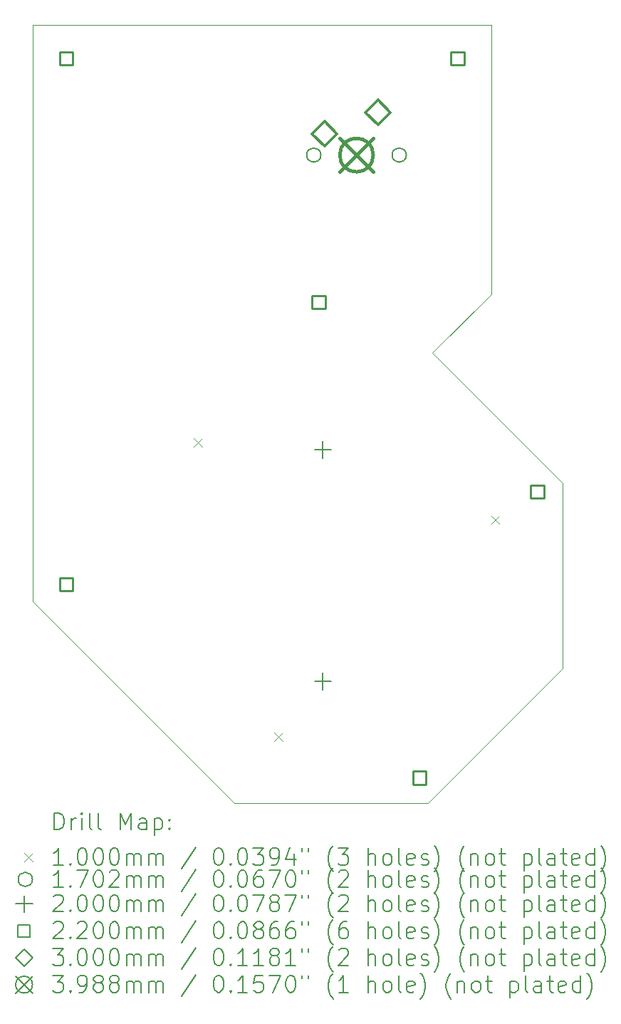
<source format=gbr>
%TF.GenerationSoftware,KiCad,Pcbnew,8.0.7*%
%TF.CreationDate,2025-01-02T13:52:41-06:00*%
%TF.ProjectId,fuckball,6675636b-6261-46c6-9c2e-6b696361645f,rev?*%
%TF.SameCoordinates,Original*%
%TF.FileFunction,Drillmap*%
%TF.FilePolarity,Positive*%
%FSLAX45Y45*%
G04 Gerber Fmt 4.5, Leading zero omitted, Abs format (unit mm)*
G04 Created by KiCad (PCBNEW 8.0.7) date 2025-01-02 13:52:41*
%MOMM*%
%LPD*%
G01*
G04 APERTURE LIST*
%ADD10C,0.050000*%
%ADD11C,0.200000*%
%ADD12C,0.100000*%
%ADD13C,0.170180*%
%ADD14C,0.220000*%
%ADD15C,0.300000*%
%ADD16C,0.398780*%
G04 APERTURE END LIST*
D10*
X21500000Y-6900000D02*
X20800000Y-7600000D01*
X22350000Y-9150000D01*
X22350000Y-11350000D01*
X20750000Y-12950000D01*
X18450000Y-12950000D01*
X16050000Y-10550000D01*
X16050000Y-3700000D01*
X21500000Y-3700000D01*
X21500000Y-6900000D01*
D11*
D12*
X17965076Y-8615076D02*
X18065076Y-8715076D01*
X18065076Y-8615076D02*
X17965076Y-8715076D01*
X18919670Y-12115254D02*
X19019670Y-12215254D01*
X19019670Y-12115254D02*
X18919670Y-12215254D01*
X21500610Y-9534315D02*
X21600610Y-9634315D01*
X21600610Y-9534315D02*
X21500610Y-9634315D01*
D13*
X19477090Y-5250000D02*
G75*
G02*
X19306910Y-5250000I-85090J0D01*
G01*
X19306910Y-5250000D02*
G75*
G02*
X19477090Y-5250000I85090J0D01*
G01*
X20493090Y-5250000D02*
G75*
G02*
X20322910Y-5250000I-85090J0D01*
G01*
X20322910Y-5250000D02*
G75*
G02*
X20493090Y-5250000I85090J0D01*
G01*
D11*
X19500000Y-8650000D02*
X19500000Y-8850000D01*
X19400000Y-8750000D02*
X19600000Y-8750000D01*
X19500000Y-11400000D02*
X19500000Y-11600000D01*
X19400000Y-11500000D02*
X19600000Y-11500000D01*
D14*
X16527782Y-4177782D02*
X16527782Y-4022217D01*
X16372217Y-4022217D01*
X16372217Y-4177782D01*
X16527782Y-4177782D01*
X16527782Y-10427783D02*
X16527782Y-10272218D01*
X16372217Y-10272218D01*
X16372217Y-10427783D01*
X16527782Y-10427783D01*
X19527783Y-7077782D02*
X19527783Y-6922217D01*
X19372218Y-6922217D01*
X19372218Y-7077782D01*
X19527783Y-7077782D01*
X20727783Y-12727782D02*
X20727783Y-12572217D01*
X20572218Y-12572217D01*
X20572218Y-12727782D01*
X20727783Y-12727782D01*
X21177783Y-4177782D02*
X21177783Y-4022217D01*
X21022218Y-4022217D01*
X21022218Y-4177782D01*
X21177783Y-4177782D01*
X22127783Y-9327783D02*
X22127783Y-9172218D01*
X21972218Y-9172218D01*
X21972218Y-9327783D01*
X22127783Y-9327783D01*
D15*
X19519000Y-5146000D02*
X19669000Y-4996000D01*
X19519000Y-4846000D01*
X19369000Y-4996000D01*
X19519000Y-5146000D01*
X20154000Y-4892000D02*
X20304000Y-4742000D01*
X20154000Y-4592000D01*
X20004000Y-4742000D01*
X20154000Y-4892000D01*
D16*
X19700610Y-5050610D02*
X20099390Y-5449390D01*
X20099390Y-5050610D02*
X19700610Y-5449390D01*
X20099390Y-5250000D02*
G75*
G02*
X19700610Y-5250000I-199390J0D01*
G01*
X19700610Y-5250000D02*
G75*
G02*
X20099390Y-5250000I199390J0D01*
G01*
D11*
X16308277Y-13263984D02*
X16308277Y-13063984D01*
X16308277Y-13063984D02*
X16355896Y-13063984D01*
X16355896Y-13063984D02*
X16384467Y-13073508D01*
X16384467Y-13073508D02*
X16403515Y-13092555D01*
X16403515Y-13092555D02*
X16413039Y-13111603D01*
X16413039Y-13111603D02*
X16422562Y-13149698D01*
X16422562Y-13149698D02*
X16422562Y-13178269D01*
X16422562Y-13178269D02*
X16413039Y-13216365D01*
X16413039Y-13216365D02*
X16403515Y-13235412D01*
X16403515Y-13235412D02*
X16384467Y-13254460D01*
X16384467Y-13254460D02*
X16355896Y-13263984D01*
X16355896Y-13263984D02*
X16308277Y-13263984D01*
X16508277Y-13263984D02*
X16508277Y-13130650D01*
X16508277Y-13168746D02*
X16517801Y-13149698D01*
X16517801Y-13149698D02*
X16527324Y-13140174D01*
X16527324Y-13140174D02*
X16546372Y-13130650D01*
X16546372Y-13130650D02*
X16565420Y-13130650D01*
X16632086Y-13263984D02*
X16632086Y-13130650D01*
X16632086Y-13063984D02*
X16622562Y-13073508D01*
X16622562Y-13073508D02*
X16632086Y-13083031D01*
X16632086Y-13083031D02*
X16641610Y-13073508D01*
X16641610Y-13073508D02*
X16632086Y-13063984D01*
X16632086Y-13063984D02*
X16632086Y-13083031D01*
X16755896Y-13263984D02*
X16736848Y-13254460D01*
X16736848Y-13254460D02*
X16727324Y-13235412D01*
X16727324Y-13235412D02*
X16727324Y-13063984D01*
X16860658Y-13263984D02*
X16841610Y-13254460D01*
X16841610Y-13254460D02*
X16832086Y-13235412D01*
X16832086Y-13235412D02*
X16832086Y-13063984D01*
X17089229Y-13263984D02*
X17089229Y-13063984D01*
X17089229Y-13063984D02*
X17155896Y-13206841D01*
X17155896Y-13206841D02*
X17222563Y-13063984D01*
X17222563Y-13063984D02*
X17222563Y-13263984D01*
X17403515Y-13263984D02*
X17403515Y-13159222D01*
X17403515Y-13159222D02*
X17393991Y-13140174D01*
X17393991Y-13140174D02*
X17374944Y-13130650D01*
X17374944Y-13130650D02*
X17336848Y-13130650D01*
X17336848Y-13130650D02*
X17317801Y-13140174D01*
X17403515Y-13254460D02*
X17384467Y-13263984D01*
X17384467Y-13263984D02*
X17336848Y-13263984D01*
X17336848Y-13263984D02*
X17317801Y-13254460D01*
X17317801Y-13254460D02*
X17308277Y-13235412D01*
X17308277Y-13235412D02*
X17308277Y-13216365D01*
X17308277Y-13216365D02*
X17317801Y-13197317D01*
X17317801Y-13197317D02*
X17336848Y-13187793D01*
X17336848Y-13187793D02*
X17384467Y-13187793D01*
X17384467Y-13187793D02*
X17403515Y-13178269D01*
X17498753Y-13130650D02*
X17498753Y-13330650D01*
X17498753Y-13140174D02*
X17517801Y-13130650D01*
X17517801Y-13130650D02*
X17555896Y-13130650D01*
X17555896Y-13130650D02*
X17574944Y-13140174D01*
X17574944Y-13140174D02*
X17584467Y-13149698D01*
X17584467Y-13149698D02*
X17593991Y-13168746D01*
X17593991Y-13168746D02*
X17593991Y-13225888D01*
X17593991Y-13225888D02*
X17584467Y-13244936D01*
X17584467Y-13244936D02*
X17574944Y-13254460D01*
X17574944Y-13254460D02*
X17555896Y-13263984D01*
X17555896Y-13263984D02*
X17517801Y-13263984D01*
X17517801Y-13263984D02*
X17498753Y-13254460D01*
X17679705Y-13244936D02*
X17689229Y-13254460D01*
X17689229Y-13254460D02*
X17679705Y-13263984D01*
X17679705Y-13263984D02*
X17670182Y-13254460D01*
X17670182Y-13254460D02*
X17679705Y-13244936D01*
X17679705Y-13244936D02*
X17679705Y-13263984D01*
X17679705Y-13140174D02*
X17689229Y-13149698D01*
X17689229Y-13149698D02*
X17679705Y-13159222D01*
X17679705Y-13159222D02*
X17670182Y-13149698D01*
X17670182Y-13149698D02*
X17679705Y-13140174D01*
X17679705Y-13140174D02*
X17679705Y-13159222D01*
D12*
X15947500Y-13542500D02*
X16047500Y-13642500D01*
X16047500Y-13542500D02*
X15947500Y-13642500D01*
D11*
X16413039Y-13683984D02*
X16298753Y-13683984D01*
X16355896Y-13683984D02*
X16355896Y-13483984D01*
X16355896Y-13483984D02*
X16336848Y-13512555D01*
X16336848Y-13512555D02*
X16317801Y-13531603D01*
X16317801Y-13531603D02*
X16298753Y-13541127D01*
X16498753Y-13664936D02*
X16508277Y-13674460D01*
X16508277Y-13674460D02*
X16498753Y-13683984D01*
X16498753Y-13683984D02*
X16489229Y-13674460D01*
X16489229Y-13674460D02*
X16498753Y-13664936D01*
X16498753Y-13664936D02*
X16498753Y-13683984D01*
X16632086Y-13483984D02*
X16651134Y-13483984D01*
X16651134Y-13483984D02*
X16670182Y-13493508D01*
X16670182Y-13493508D02*
X16679705Y-13503031D01*
X16679705Y-13503031D02*
X16689229Y-13522079D01*
X16689229Y-13522079D02*
X16698753Y-13560174D01*
X16698753Y-13560174D02*
X16698753Y-13607793D01*
X16698753Y-13607793D02*
X16689229Y-13645888D01*
X16689229Y-13645888D02*
X16679705Y-13664936D01*
X16679705Y-13664936D02*
X16670182Y-13674460D01*
X16670182Y-13674460D02*
X16651134Y-13683984D01*
X16651134Y-13683984D02*
X16632086Y-13683984D01*
X16632086Y-13683984D02*
X16613039Y-13674460D01*
X16613039Y-13674460D02*
X16603515Y-13664936D01*
X16603515Y-13664936D02*
X16593991Y-13645888D01*
X16593991Y-13645888D02*
X16584467Y-13607793D01*
X16584467Y-13607793D02*
X16584467Y-13560174D01*
X16584467Y-13560174D02*
X16593991Y-13522079D01*
X16593991Y-13522079D02*
X16603515Y-13503031D01*
X16603515Y-13503031D02*
X16613039Y-13493508D01*
X16613039Y-13493508D02*
X16632086Y-13483984D01*
X16822563Y-13483984D02*
X16841610Y-13483984D01*
X16841610Y-13483984D02*
X16860658Y-13493508D01*
X16860658Y-13493508D02*
X16870182Y-13503031D01*
X16870182Y-13503031D02*
X16879705Y-13522079D01*
X16879705Y-13522079D02*
X16889229Y-13560174D01*
X16889229Y-13560174D02*
X16889229Y-13607793D01*
X16889229Y-13607793D02*
X16879705Y-13645888D01*
X16879705Y-13645888D02*
X16870182Y-13664936D01*
X16870182Y-13664936D02*
X16860658Y-13674460D01*
X16860658Y-13674460D02*
X16841610Y-13683984D01*
X16841610Y-13683984D02*
X16822563Y-13683984D01*
X16822563Y-13683984D02*
X16803515Y-13674460D01*
X16803515Y-13674460D02*
X16793991Y-13664936D01*
X16793991Y-13664936D02*
X16784467Y-13645888D01*
X16784467Y-13645888D02*
X16774943Y-13607793D01*
X16774943Y-13607793D02*
X16774943Y-13560174D01*
X16774943Y-13560174D02*
X16784467Y-13522079D01*
X16784467Y-13522079D02*
X16793991Y-13503031D01*
X16793991Y-13503031D02*
X16803515Y-13493508D01*
X16803515Y-13493508D02*
X16822563Y-13483984D01*
X17013039Y-13483984D02*
X17032086Y-13483984D01*
X17032086Y-13483984D02*
X17051134Y-13493508D01*
X17051134Y-13493508D02*
X17060658Y-13503031D01*
X17060658Y-13503031D02*
X17070182Y-13522079D01*
X17070182Y-13522079D02*
X17079705Y-13560174D01*
X17079705Y-13560174D02*
X17079705Y-13607793D01*
X17079705Y-13607793D02*
X17070182Y-13645888D01*
X17070182Y-13645888D02*
X17060658Y-13664936D01*
X17060658Y-13664936D02*
X17051134Y-13674460D01*
X17051134Y-13674460D02*
X17032086Y-13683984D01*
X17032086Y-13683984D02*
X17013039Y-13683984D01*
X17013039Y-13683984D02*
X16993991Y-13674460D01*
X16993991Y-13674460D02*
X16984467Y-13664936D01*
X16984467Y-13664936D02*
X16974944Y-13645888D01*
X16974944Y-13645888D02*
X16965420Y-13607793D01*
X16965420Y-13607793D02*
X16965420Y-13560174D01*
X16965420Y-13560174D02*
X16974944Y-13522079D01*
X16974944Y-13522079D02*
X16984467Y-13503031D01*
X16984467Y-13503031D02*
X16993991Y-13493508D01*
X16993991Y-13493508D02*
X17013039Y-13483984D01*
X17165420Y-13683984D02*
X17165420Y-13550650D01*
X17165420Y-13569698D02*
X17174944Y-13560174D01*
X17174944Y-13560174D02*
X17193991Y-13550650D01*
X17193991Y-13550650D02*
X17222563Y-13550650D01*
X17222563Y-13550650D02*
X17241610Y-13560174D01*
X17241610Y-13560174D02*
X17251134Y-13579222D01*
X17251134Y-13579222D02*
X17251134Y-13683984D01*
X17251134Y-13579222D02*
X17260658Y-13560174D01*
X17260658Y-13560174D02*
X17279705Y-13550650D01*
X17279705Y-13550650D02*
X17308277Y-13550650D01*
X17308277Y-13550650D02*
X17327325Y-13560174D01*
X17327325Y-13560174D02*
X17336848Y-13579222D01*
X17336848Y-13579222D02*
X17336848Y-13683984D01*
X17432086Y-13683984D02*
X17432086Y-13550650D01*
X17432086Y-13569698D02*
X17441610Y-13560174D01*
X17441610Y-13560174D02*
X17460658Y-13550650D01*
X17460658Y-13550650D02*
X17489229Y-13550650D01*
X17489229Y-13550650D02*
X17508277Y-13560174D01*
X17508277Y-13560174D02*
X17517801Y-13579222D01*
X17517801Y-13579222D02*
X17517801Y-13683984D01*
X17517801Y-13579222D02*
X17527325Y-13560174D01*
X17527325Y-13560174D02*
X17546372Y-13550650D01*
X17546372Y-13550650D02*
X17574944Y-13550650D01*
X17574944Y-13550650D02*
X17593991Y-13560174D01*
X17593991Y-13560174D02*
X17603515Y-13579222D01*
X17603515Y-13579222D02*
X17603515Y-13683984D01*
X17993991Y-13474460D02*
X17822563Y-13731603D01*
X18251134Y-13483984D02*
X18270182Y-13483984D01*
X18270182Y-13483984D02*
X18289229Y-13493508D01*
X18289229Y-13493508D02*
X18298753Y-13503031D01*
X18298753Y-13503031D02*
X18308277Y-13522079D01*
X18308277Y-13522079D02*
X18317801Y-13560174D01*
X18317801Y-13560174D02*
X18317801Y-13607793D01*
X18317801Y-13607793D02*
X18308277Y-13645888D01*
X18308277Y-13645888D02*
X18298753Y-13664936D01*
X18298753Y-13664936D02*
X18289229Y-13674460D01*
X18289229Y-13674460D02*
X18270182Y-13683984D01*
X18270182Y-13683984D02*
X18251134Y-13683984D01*
X18251134Y-13683984D02*
X18232087Y-13674460D01*
X18232087Y-13674460D02*
X18222563Y-13664936D01*
X18222563Y-13664936D02*
X18213039Y-13645888D01*
X18213039Y-13645888D02*
X18203515Y-13607793D01*
X18203515Y-13607793D02*
X18203515Y-13560174D01*
X18203515Y-13560174D02*
X18213039Y-13522079D01*
X18213039Y-13522079D02*
X18222563Y-13503031D01*
X18222563Y-13503031D02*
X18232087Y-13493508D01*
X18232087Y-13493508D02*
X18251134Y-13483984D01*
X18403515Y-13664936D02*
X18413039Y-13674460D01*
X18413039Y-13674460D02*
X18403515Y-13683984D01*
X18403515Y-13683984D02*
X18393991Y-13674460D01*
X18393991Y-13674460D02*
X18403515Y-13664936D01*
X18403515Y-13664936D02*
X18403515Y-13683984D01*
X18536848Y-13483984D02*
X18555896Y-13483984D01*
X18555896Y-13483984D02*
X18574944Y-13493508D01*
X18574944Y-13493508D02*
X18584468Y-13503031D01*
X18584468Y-13503031D02*
X18593991Y-13522079D01*
X18593991Y-13522079D02*
X18603515Y-13560174D01*
X18603515Y-13560174D02*
X18603515Y-13607793D01*
X18603515Y-13607793D02*
X18593991Y-13645888D01*
X18593991Y-13645888D02*
X18584468Y-13664936D01*
X18584468Y-13664936D02*
X18574944Y-13674460D01*
X18574944Y-13674460D02*
X18555896Y-13683984D01*
X18555896Y-13683984D02*
X18536848Y-13683984D01*
X18536848Y-13683984D02*
X18517801Y-13674460D01*
X18517801Y-13674460D02*
X18508277Y-13664936D01*
X18508277Y-13664936D02*
X18498753Y-13645888D01*
X18498753Y-13645888D02*
X18489229Y-13607793D01*
X18489229Y-13607793D02*
X18489229Y-13560174D01*
X18489229Y-13560174D02*
X18498753Y-13522079D01*
X18498753Y-13522079D02*
X18508277Y-13503031D01*
X18508277Y-13503031D02*
X18517801Y-13493508D01*
X18517801Y-13493508D02*
X18536848Y-13483984D01*
X18670182Y-13483984D02*
X18793991Y-13483984D01*
X18793991Y-13483984D02*
X18727325Y-13560174D01*
X18727325Y-13560174D02*
X18755896Y-13560174D01*
X18755896Y-13560174D02*
X18774944Y-13569698D01*
X18774944Y-13569698D02*
X18784468Y-13579222D01*
X18784468Y-13579222D02*
X18793991Y-13598269D01*
X18793991Y-13598269D02*
X18793991Y-13645888D01*
X18793991Y-13645888D02*
X18784468Y-13664936D01*
X18784468Y-13664936D02*
X18774944Y-13674460D01*
X18774944Y-13674460D02*
X18755896Y-13683984D01*
X18755896Y-13683984D02*
X18698753Y-13683984D01*
X18698753Y-13683984D02*
X18679706Y-13674460D01*
X18679706Y-13674460D02*
X18670182Y-13664936D01*
X18889229Y-13683984D02*
X18927325Y-13683984D01*
X18927325Y-13683984D02*
X18946372Y-13674460D01*
X18946372Y-13674460D02*
X18955896Y-13664936D01*
X18955896Y-13664936D02*
X18974944Y-13636365D01*
X18974944Y-13636365D02*
X18984468Y-13598269D01*
X18984468Y-13598269D02*
X18984468Y-13522079D01*
X18984468Y-13522079D02*
X18974944Y-13503031D01*
X18974944Y-13503031D02*
X18965420Y-13493508D01*
X18965420Y-13493508D02*
X18946372Y-13483984D01*
X18946372Y-13483984D02*
X18908277Y-13483984D01*
X18908277Y-13483984D02*
X18889229Y-13493508D01*
X18889229Y-13493508D02*
X18879706Y-13503031D01*
X18879706Y-13503031D02*
X18870182Y-13522079D01*
X18870182Y-13522079D02*
X18870182Y-13569698D01*
X18870182Y-13569698D02*
X18879706Y-13588746D01*
X18879706Y-13588746D02*
X18889229Y-13598269D01*
X18889229Y-13598269D02*
X18908277Y-13607793D01*
X18908277Y-13607793D02*
X18946372Y-13607793D01*
X18946372Y-13607793D02*
X18965420Y-13598269D01*
X18965420Y-13598269D02*
X18974944Y-13588746D01*
X18974944Y-13588746D02*
X18984468Y-13569698D01*
X19155896Y-13550650D02*
X19155896Y-13683984D01*
X19108277Y-13474460D02*
X19060658Y-13617317D01*
X19060658Y-13617317D02*
X19184468Y-13617317D01*
X19251134Y-13483984D02*
X19251134Y-13522079D01*
X19327325Y-13483984D02*
X19327325Y-13522079D01*
X19622563Y-13760174D02*
X19613039Y-13750650D01*
X19613039Y-13750650D02*
X19593991Y-13722079D01*
X19593991Y-13722079D02*
X19584468Y-13703031D01*
X19584468Y-13703031D02*
X19574944Y-13674460D01*
X19574944Y-13674460D02*
X19565420Y-13626841D01*
X19565420Y-13626841D02*
X19565420Y-13588746D01*
X19565420Y-13588746D02*
X19574944Y-13541127D01*
X19574944Y-13541127D02*
X19584468Y-13512555D01*
X19584468Y-13512555D02*
X19593991Y-13493508D01*
X19593991Y-13493508D02*
X19613039Y-13464936D01*
X19613039Y-13464936D02*
X19622563Y-13455412D01*
X19679706Y-13483984D02*
X19803515Y-13483984D01*
X19803515Y-13483984D02*
X19736849Y-13560174D01*
X19736849Y-13560174D02*
X19765420Y-13560174D01*
X19765420Y-13560174D02*
X19784468Y-13569698D01*
X19784468Y-13569698D02*
X19793991Y-13579222D01*
X19793991Y-13579222D02*
X19803515Y-13598269D01*
X19803515Y-13598269D02*
X19803515Y-13645888D01*
X19803515Y-13645888D02*
X19793991Y-13664936D01*
X19793991Y-13664936D02*
X19784468Y-13674460D01*
X19784468Y-13674460D02*
X19765420Y-13683984D01*
X19765420Y-13683984D02*
X19708277Y-13683984D01*
X19708277Y-13683984D02*
X19689230Y-13674460D01*
X19689230Y-13674460D02*
X19679706Y-13664936D01*
X20041611Y-13683984D02*
X20041611Y-13483984D01*
X20127325Y-13683984D02*
X20127325Y-13579222D01*
X20127325Y-13579222D02*
X20117801Y-13560174D01*
X20117801Y-13560174D02*
X20098753Y-13550650D01*
X20098753Y-13550650D02*
X20070182Y-13550650D01*
X20070182Y-13550650D02*
X20051134Y-13560174D01*
X20051134Y-13560174D02*
X20041611Y-13569698D01*
X20251134Y-13683984D02*
X20232087Y-13674460D01*
X20232087Y-13674460D02*
X20222563Y-13664936D01*
X20222563Y-13664936D02*
X20213039Y-13645888D01*
X20213039Y-13645888D02*
X20213039Y-13588746D01*
X20213039Y-13588746D02*
X20222563Y-13569698D01*
X20222563Y-13569698D02*
X20232087Y-13560174D01*
X20232087Y-13560174D02*
X20251134Y-13550650D01*
X20251134Y-13550650D02*
X20279706Y-13550650D01*
X20279706Y-13550650D02*
X20298753Y-13560174D01*
X20298753Y-13560174D02*
X20308277Y-13569698D01*
X20308277Y-13569698D02*
X20317801Y-13588746D01*
X20317801Y-13588746D02*
X20317801Y-13645888D01*
X20317801Y-13645888D02*
X20308277Y-13664936D01*
X20308277Y-13664936D02*
X20298753Y-13674460D01*
X20298753Y-13674460D02*
X20279706Y-13683984D01*
X20279706Y-13683984D02*
X20251134Y-13683984D01*
X20432087Y-13683984D02*
X20413039Y-13674460D01*
X20413039Y-13674460D02*
X20403515Y-13655412D01*
X20403515Y-13655412D02*
X20403515Y-13483984D01*
X20584468Y-13674460D02*
X20565420Y-13683984D01*
X20565420Y-13683984D02*
X20527325Y-13683984D01*
X20527325Y-13683984D02*
X20508277Y-13674460D01*
X20508277Y-13674460D02*
X20498753Y-13655412D01*
X20498753Y-13655412D02*
X20498753Y-13579222D01*
X20498753Y-13579222D02*
X20508277Y-13560174D01*
X20508277Y-13560174D02*
X20527325Y-13550650D01*
X20527325Y-13550650D02*
X20565420Y-13550650D01*
X20565420Y-13550650D02*
X20584468Y-13560174D01*
X20584468Y-13560174D02*
X20593992Y-13579222D01*
X20593992Y-13579222D02*
X20593992Y-13598269D01*
X20593992Y-13598269D02*
X20498753Y-13617317D01*
X20670182Y-13674460D02*
X20689230Y-13683984D01*
X20689230Y-13683984D02*
X20727325Y-13683984D01*
X20727325Y-13683984D02*
X20746373Y-13674460D01*
X20746373Y-13674460D02*
X20755896Y-13655412D01*
X20755896Y-13655412D02*
X20755896Y-13645888D01*
X20755896Y-13645888D02*
X20746373Y-13626841D01*
X20746373Y-13626841D02*
X20727325Y-13617317D01*
X20727325Y-13617317D02*
X20698753Y-13617317D01*
X20698753Y-13617317D02*
X20679706Y-13607793D01*
X20679706Y-13607793D02*
X20670182Y-13588746D01*
X20670182Y-13588746D02*
X20670182Y-13579222D01*
X20670182Y-13579222D02*
X20679706Y-13560174D01*
X20679706Y-13560174D02*
X20698753Y-13550650D01*
X20698753Y-13550650D02*
X20727325Y-13550650D01*
X20727325Y-13550650D02*
X20746373Y-13560174D01*
X20822563Y-13760174D02*
X20832087Y-13750650D01*
X20832087Y-13750650D02*
X20851134Y-13722079D01*
X20851134Y-13722079D02*
X20860658Y-13703031D01*
X20860658Y-13703031D02*
X20870182Y-13674460D01*
X20870182Y-13674460D02*
X20879706Y-13626841D01*
X20879706Y-13626841D02*
X20879706Y-13588746D01*
X20879706Y-13588746D02*
X20870182Y-13541127D01*
X20870182Y-13541127D02*
X20860658Y-13512555D01*
X20860658Y-13512555D02*
X20851134Y-13493508D01*
X20851134Y-13493508D02*
X20832087Y-13464936D01*
X20832087Y-13464936D02*
X20822563Y-13455412D01*
X21184468Y-13760174D02*
X21174944Y-13750650D01*
X21174944Y-13750650D02*
X21155896Y-13722079D01*
X21155896Y-13722079D02*
X21146373Y-13703031D01*
X21146373Y-13703031D02*
X21136849Y-13674460D01*
X21136849Y-13674460D02*
X21127325Y-13626841D01*
X21127325Y-13626841D02*
X21127325Y-13588746D01*
X21127325Y-13588746D02*
X21136849Y-13541127D01*
X21136849Y-13541127D02*
X21146373Y-13512555D01*
X21146373Y-13512555D02*
X21155896Y-13493508D01*
X21155896Y-13493508D02*
X21174944Y-13464936D01*
X21174944Y-13464936D02*
X21184468Y-13455412D01*
X21260658Y-13550650D02*
X21260658Y-13683984D01*
X21260658Y-13569698D02*
X21270182Y-13560174D01*
X21270182Y-13560174D02*
X21289230Y-13550650D01*
X21289230Y-13550650D02*
X21317801Y-13550650D01*
X21317801Y-13550650D02*
X21336849Y-13560174D01*
X21336849Y-13560174D02*
X21346373Y-13579222D01*
X21346373Y-13579222D02*
X21346373Y-13683984D01*
X21470182Y-13683984D02*
X21451134Y-13674460D01*
X21451134Y-13674460D02*
X21441611Y-13664936D01*
X21441611Y-13664936D02*
X21432087Y-13645888D01*
X21432087Y-13645888D02*
X21432087Y-13588746D01*
X21432087Y-13588746D02*
X21441611Y-13569698D01*
X21441611Y-13569698D02*
X21451134Y-13560174D01*
X21451134Y-13560174D02*
X21470182Y-13550650D01*
X21470182Y-13550650D02*
X21498754Y-13550650D01*
X21498754Y-13550650D02*
X21517801Y-13560174D01*
X21517801Y-13560174D02*
X21527325Y-13569698D01*
X21527325Y-13569698D02*
X21536849Y-13588746D01*
X21536849Y-13588746D02*
X21536849Y-13645888D01*
X21536849Y-13645888D02*
X21527325Y-13664936D01*
X21527325Y-13664936D02*
X21517801Y-13674460D01*
X21517801Y-13674460D02*
X21498754Y-13683984D01*
X21498754Y-13683984D02*
X21470182Y-13683984D01*
X21593992Y-13550650D02*
X21670182Y-13550650D01*
X21622563Y-13483984D02*
X21622563Y-13655412D01*
X21622563Y-13655412D02*
X21632087Y-13674460D01*
X21632087Y-13674460D02*
X21651134Y-13683984D01*
X21651134Y-13683984D02*
X21670182Y-13683984D01*
X21889230Y-13550650D02*
X21889230Y-13750650D01*
X21889230Y-13560174D02*
X21908277Y-13550650D01*
X21908277Y-13550650D02*
X21946373Y-13550650D01*
X21946373Y-13550650D02*
X21965420Y-13560174D01*
X21965420Y-13560174D02*
X21974944Y-13569698D01*
X21974944Y-13569698D02*
X21984468Y-13588746D01*
X21984468Y-13588746D02*
X21984468Y-13645888D01*
X21984468Y-13645888D02*
X21974944Y-13664936D01*
X21974944Y-13664936D02*
X21965420Y-13674460D01*
X21965420Y-13674460D02*
X21946373Y-13683984D01*
X21946373Y-13683984D02*
X21908277Y-13683984D01*
X21908277Y-13683984D02*
X21889230Y-13674460D01*
X22098754Y-13683984D02*
X22079706Y-13674460D01*
X22079706Y-13674460D02*
X22070182Y-13655412D01*
X22070182Y-13655412D02*
X22070182Y-13483984D01*
X22260658Y-13683984D02*
X22260658Y-13579222D01*
X22260658Y-13579222D02*
X22251135Y-13560174D01*
X22251135Y-13560174D02*
X22232087Y-13550650D01*
X22232087Y-13550650D02*
X22193992Y-13550650D01*
X22193992Y-13550650D02*
X22174944Y-13560174D01*
X22260658Y-13674460D02*
X22241611Y-13683984D01*
X22241611Y-13683984D02*
X22193992Y-13683984D01*
X22193992Y-13683984D02*
X22174944Y-13674460D01*
X22174944Y-13674460D02*
X22165420Y-13655412D01*
X22165420Y-13655412D02*
X22165420Y-13636365D01*
X22165420Y-13636365D02*
X22174944Y-13617317D01*
X22174944Y-13617317D02*
X22193992Y-13607793D01*
X22193992Y-13607793D02*
X22241611Y-13607793D01*
X22241611Y-13607793D02*
X22260658Y-13598269D01*
X22327325Y-13550650D02*
X22403515Y-13550650D01*
X22355896Y-13483984D02*
X22355896Y-13655412D01*
X22355896Y-13655412D02*
X22365420Y-13674460D01*
X22365420Y-13674460D02*
X22384468Y-13683984D01*
X22384468Y-13683984D02*
X22403515Y-13683984D01*
X22546373Y-13674460D02*
X22527325Y-13683984D01*
X22527325Y-13683984D02*
X22489230Y-13683984D01*
X22489230Y-13683984D02*
X22470182Y-13674460D01*
X22470182Y-13674460D02*
X22460658Y-13655412D01*
X22460658Y-13655412D02*
X22460658Y-13579222D01*
X22460658Y-13579222D02*
X22470182Y-13560174D01*
X22470182Y-13560174D02*
X22489230Y-13550650D01*
X22489230Y-13550650D02*
X22527325Y-13550650D01*
X22527325Y-13550650D02*
X22546373Y-13560174D01*
X22546373Y-13560174D02*
X22555896Y-13579222D01*
X22555896Y-13579222D02*
X22555896Y-13598269D01*
X22555896Y-13598269D02*
X22460658Y-13617317D01*
X22727325Y-13683984D02*
X22727325Y-13483984D01*
X22727325Y-13674460D02*
X22708277Y-13683984D01*
X22708277Y-13683984D02*
X22670182Y-13683984D01*
X22670182Y-13683984D02*
X22651134Y-13674460D01*
X22651134Y-13674460D02*
X22641611Y-13664936D01*
X22641611Y-13664936D02*
X22632087Y-13645888D01*
X22632087Y-13645888D02*
X22632087Y-13588746D01*
X22632087Y-13588746D02*
X22641611Y-13569698D01*
X22641611Y-13569698D02*
X22651134Y-13560174D01*
X22651134Y-13560174D02*
X22670182Y-13550650D01*
X22670182Y-13550650D02*
X22708277Y-13550650D01*
X22708277Y-13550650D02*
X22727325Y-13560174D01*
X22803515Y-13760174D02*
X22813039Y-13750650D01*
X22813039Y-13750650D02*
X22832087Y-13722079D01*
X22832087Y-13722079D02*
X22841611Y-13703031D01*
X22841611Y-13703031D02*
X22851134Y-13674460D01*
X22851134Y-13674460D02*
X22860658Y-13626841D01*
X22860658Y-13626841D02*
X22860658Y-13588746D01*
X22860658Y-13588746D02*
X22851134Y-13541127D01*
X22851134Y-13541127D02*
X22841611Y-13512555D01*
X22841611Y-13512555D02*
X22832087Y-13493508D01*
X22832087Y-13493508D02*
X22813039Y-13464936D01*
X22813039Y-13464936D02*
X22803515Y-13455412D01*
D13*
X16047500Y-13856500D02*
G75*
G02*
X15877320Y-13856500I-85090J0D01*
G01*
X15877320Y-13856500D02*
G75*
G02*
X16047500Y-13856500I85090J0D01*
G01*
D11*
X16413039Y-13947984D02*
X16298753Y-13947984D01*
X16355896Y-13947984D02*
X16355896Y-13747984D01*
X16355896Y-13747984D02*
X16336848Y-13776555D01*
X16336848Y-13776555D02*
X16317801Y-13795603D01*
X16317801Y-13795603D02*
X16298753Y-13805127D01*
X16498753Y-13928936D02*
X16508277Y-13938460D01*
X16508277Y-13938460D02*
X16498753Y-13947984D01*
X16498753Y-13947984D02*
X16489229Y-13938460D01*
X16489229Y-13938460D02*
X16498753Y-13928936D01*
X16498753Y-13928936D02*
X16498753Y-13947984D01*
X16574943Y-13747984D02*
X16708277Y-13747984D01*
X16708277Y-13747984D02*
X16622562Y-13947984D01*
X16822563Y-13747984D02*
X16841610Y-13747984D01*
X16841610Y-13747984D02*
X16860658Y-13757508D01*
X16860658Y-13757508D02*
X16870182Y-13767031D01*
X16870182Y-13767031D02*
X16879705Y-13786079D01*
X16879705Y-13786079D02*
X16889229Y-13824174D01*
X16889229Y-13824174D02*
X16889229Y-13871793D01*
X16889229Y-13871793D02*
X16879705Y-13909888D01*
X16879705Y-13909888D02*
X16870182Y-13928936D01*
X16870182Y-13928936D02*
X16860658Y-13938460D01*
X16860658Y-13938460D02*
X16841610Y-13947984D01*
X16841610Y-13947984D02*
X16822563Y-13947984D01*
X16822563Y-13947984D02*
X16803515Y-13938460D01*
X16803515Y-13938460D02*
X16793991Y-13928936D01*
X16793991Y-13928936D02*
X16784467Y-13909888D01*
X16784467Y-13909888D02*
X16774943Y-13871793D01*
X16774943Y-13871793D02*
X16774943Y-13824174D01*
X16774943Y-13824174D02*
X16784467Y-13786079D01*
X16784467Y-13786079D02*
X16793991Y-13767031D01*
X16793991Y-13767031D02*
X16803515Y-13757508D01*
X16803515Y-13757508D02*
X16822563Y-13747984D01*
X16965420Y-13767031D02*
X16974944Y-13757508D01*
X16974944Y-13757508D02*
X16993991Y-13747984D01*
X16993991Y-13747984D02*
X17041610Y-13747984D01*
X17041610Y-13747984D02*
X17060658Y-13757508D01*
X17060658Y-13757508D02*
X17070182Y-13767031D01*
X17070182Y-13767031D02*
X17079705Y-13786079D01*
X17079705Y-13786079D02*
X17079705Y-13805127D01*
X17079705Y-13805127D02*
X17070182Y-13833698D01*
X17070182Y-13833698D02*
X16955896Y-13947984D01*
X16955896Y-13947984D02*
X17079705Y-13947984D01*
X17165420Y-13947984D02*
X17165420Y-13814650D01*
X17165420Y-13833698D02*
X17174944Y-13824174D01*
X17174944Y-13824174D02*
X17193991Y-13814650D01*
X17193991Y-13814650D02*
X17222563Y-13814650D01*
X17222563Y-13814650D02*
X17241610Y-13824174D01*
X17241610Y-13824174D02*
X17251134Y-13843222D01*
X17251134Y-13843222D02*
X17251134Y-13947984D01*
X17251134Y-13843222D02*
X17260658Y-13824174D01*
X17260658Y-13824174D02*
X17279705Y-13814650D01*
X17279705Y-13814650D02*
X17308277Y-13814650D01*
X17308277Y-13814650D02*
X17327325Y-13824174D01*
X17327325Y-13824174D02*
X17336848Y-13843222D01*
X17336848Y-13843222D02*
X17336848Y-13947984D01*
X17432086Y-13947984D02*
X17432086Y-13814650D01*
X17432086Y-13833698D02*
X17441610Y-13824174D01*
X17441610Y-13824174D02*
X17460658Y-13814650D01*
X17460658Y-13814650D02*
X17489229Y-13814650D01*
X17489229Y-13814650D02*
X17508277Y-13824174D01*
X17508277Y-13824174D02*
X17517801Y-13843222D01*
X17517801Y-13843222D02*
X17517801Y-13947984D01*
X17517801Y-13843222D02*
X17527325Y-13824174D01*
X17527325Y-13824174D02*
X17546372Y-13814650D01*
X17546372Y-13814650D02*
X17574944Y-13814650D01*
X17574944Y-13814650D02*
X17593991Y-13824174D01*
X17593991Y-13824174D02*
X17603515Y-13843222D01*
X17603515Y-13843222D02*
X17603515Y-13947984D01*
X17993991Y-13738460D02*
X17822563Y-13995603D01*
X18251134Y-13747984D02*
X18270182Y-13747984D01*
X18270182Y-13747984D02*
X18289229Y-13757508D01*
X18289229Y-13757508D02*
X18298753Y-13767031D01*
X18298753Y-13767031D02*
X18308277Y-13786079D01*
X18308277Y-13786079D02*
X18317801Y-13824174D01*
X18317801Y-13824174D02*
X18317801Y-13871793D01*
X18317801Y-13871793D02*
X18308277Y-13909888D01*
X18308277Y-13909888D02*
X18298753Y-13928936D01*
X18298753Y-13928936D02*
X18289229Y-13938460D01*
X18289229Y-13938460D02*
X18270182Y-13947984D01*
X18270182Y-13947984D02*
X18251134Y-13947984D01*
X18251134Y-13947984D02*
X18232087Y-13938460D01*
X18232087Y-13938460D02*
X18222563Y-13928936D01*
X18222563Y-13928936D02*
X18213039Y-13909888D01*
X18213039Y-13909888D02*
X18203515Y-13871793D01*
X18203515Y-13871793D02*
X18203515Y-13824174D01*
X18203515Y-13824174D02*
X18213039Y-13786079D01*
X18213039Y-13786079D02*
X18222563Y-13767031D01*
X18222563Y-13767031D02*
X18232087Y-13757508D01*
X18232087Y-13757508D02*
X18251134Y-13747984D01*
X18403515Y-13928936D02*
X18413039Y-13938460D01*
X18413039Y-13938460D02*
X18403515Y-13947984D01*
X18403515Y-13947984D02*
X18393991Y-13938460D01*
X18393991Y-13938460D02*
X18403515Y-13928936D01*
X18403515Y-13928936D02*
X18403515Y-13947984D01*
X18536848Y-13747984D02*
X18555896Y-13747984D01*
X18555896Y-13747984D02*
X18574944Y-13757508D01*
X18574944Y-13757508D02*
X18584468Y-13767031D01*
X18584468Y-13767031D02*
X18593991Y-13786079D01*
X18593991Y-13786079D02*
X18603515Y-13824174D01*
X18603515Y-13824174D02*
X18603515Y-13871793D01*
X18603515Y-13871793D02*
X18593991Y-13909888D01*
X18593991Y-13909888D02*
X18584468Y-13928936D01*
X18584468Y-13928936D02*
X18574944Y-13938460D01*
X18574944Y-13938460D02*
X18555896Y-13947984D01*
X18555896Y-13947984D02*
X18536848Y-13947984D01*
X18536848Y-13947984D02*
X18517801Y-13938460D01*
X18517801Y-13938460D02*
X18508277Y-13928936D01*
X18508277Y-13928936D02*
X18498753Y-13909888D01*
X18498753Y-13909888D02*
X18489229Y-13871793D01*
X18489229Y-13871793D02*
X18489229Y-13824174D01*
X18489229Y-13824174D02*
X18498753Y-13786079D01*
X18498753Y-13786079D02*
X18508277Y-13767031D01*
X18508277Y-13767031D02*
X18517801Y-13757508D01*
X18517801Y-13757508D02*
X18536848Y-13747984D01*
X18774944Y-13747984D02*
X18736848Y-13747984D01*
X18736848Y-13747984D02*
X18717801Y-13757508D01*
X18717801Y-13757508D02*
X18708277Y-13767031D01*
X18708277Y-13767031D02*
X18689229Y-13795603D01*
X18689229Y-13795603D02*
X18679706Y-13833698D01*
X18679706Y-13833698D02*
X18679706Y-13909888D01*
X18679706Y-13909888D02*
X18689229Y-13928936D01*
X18689229Y-13928936D02*
X18698753Y-13938460D01*
X18698753Y-13938460D02*
X18717801Y-13947984D01*
X18717801Y-13947984D02*
X18755896Y-13947984D01*
X18755896Y-13947984D02*
X18774944Y-13938460D01*
X18774944Y-13938460D02*
X18784468Y-13928936D01*
X18784468Y-13928936D02*
X18793991Y-13909888D01*
X18793991Y-13909888D02*
X18793991Y-13862269D01*
X18793991Y-13862269D02*
X18784468Y-13843222D01*
X18784468Y-13843222D02*
X18774944Y-13833698D01*
X18774944Y-13833698D02*
X18755896Y-13824174D01*
X18755896Y-13824174D02*
X18717801Y-13824174D01*
X18717801Y-13824174D02*
X18698753Y-13833698D01*
X18698753Y-13833698D02*
X18689229Y-13843222D01*
X18689229Y-13843222D02*
X18679706Y-13862269D01*
X18860658Y-13747984D02*
X18993991Y-13747984D01*
X18993991Y-13747984D02*
X18908277Y-13947984D01*
X19108277Y-13747984D02*
X19127325Y-13747984D01*
X19127325Y-13747984D02*
X19146372Y-13757508D01*
X19146372Y-13757508D02*
X19155896Y-13767031D01*
X19155896Y-13767031D02*
X19165420Y-13786079D01*
X19165420Y-13786079D02*
X19174944Y-13824174D01*
X19174944Y-13824174D02*
X19174944Y-13871793D01*
X19174944Y-13871793D02*
X19165420Y-13909888D01*
X19165420Y-13909888D02*
X19155896Y-13928936D01*
X19155896Y-13928936D02*
X19146372Y-13938460D01*
X19146372Y-13938460D02*
X19127325Y-13947984D01*
X19127325Y-13947984D02*
X19108277Y-13947984D01*
X19108277Y-13947984D02*
X19089229Y-13938460D01*
X19089229Y-13938460D02*
X19079706Y-13928936D01*
X19079706Y-13928936D02*
X19070182Y-13909888D01*
X19070182Y-13909888D02*
X19060658Y-13871793D01*
X19060658Y-13871793D02*
X19060658Y-13824174D01*
X19060658Y-13824174D02*
X19070182Y-13786079D01*
X19070182Y-13786079D02*
X19079706Y-13767031D01*
X19079706Y-13767031D02*
X19089229Y-13757508D01*
X19089229Y-13757508D02*
X19108277Y-13747984D01*
X19251134Y-13747984D02*
X19251134Y-13786079D01*
X19327325Y-13747984D02*
X19327325Y-13786079D01*
X19622563Y-14024174D02*
X19613039Y-14014650D01*
X19613039Y-14014650D02*
X19593991Y-13986079D01*
X19593991Y-13986079D02*
X19584468Y-13967031D01*
X19584468Y-13967031D02*
X19574944Y-13938460D01*
X19574944Y-13938460D02*
X19565420Y-13890841D01*
X19565420Y-13890841D02*
X19565420Y-13852746D01*
X19565420Y-13852746D02*
X19574944Y-13805127D01*
X19574944Y-13805127D02*
X19584468Y-13776555D01*
X19584468Y-13776555D02*
X19593991Y-13757508D01*
X19593991Y-13757508D02*
X19613039Y-13728936D01*
X19613039Y-13728936D02*
X19622563Y-13719412D01*
X19689230Y-13767031D02*
X19698753Y-13757508D01*
X19698753Y-13757508D02*
X19717801Y-13747984D01*
X19717801Y-13747984D02*
X19765420Y-13747984D01*
X19765420Y-13747984D02*
X19784468Y-13757508D01*
X19784468Y-13757508D02*
X19793991Y-13767031D01*
X19793991Y-13767031D02*
X19803515Y-13786079D01*
X19803515Y-13786079D02*
X19803515Y-13805127D01*
X19803515Y-13805127D02*
X19793991Y-13833698D01*
X19793991Y-13833698D02*
X19679706Y-13947984D01*
X19679706Y-13947984D02*
X19803515Y-13947984D01*
X20041611Y-13947984D02*
X20041611Y-13747984D01*
X20127325Y-13947984D02*
X20127325Y-13843222D01*
X20127325Y-13843222D02*
X20117801Y-13824174D01*
X20117801Y-13824174D02*
X20098753Y-13814650D01*
X20098753Y-13814650D02*
X20070182Y-13814650D01*
X20070182Y-13814650D02*
X20051134Y-13824174D01*
X20051134Y-13824174D02*
X20041611Y-13833698D01*
X20251134Y-13947984D02*
X20232087Y-13938460D01*
X20232087Y-13938460D02*
X20222563Y-13928936D01*
X20222563Y-13928936D02*
X20213039Y-13909888D01*
X20213039Y-13909888D02*
X20213039Y-13852746D01*
X20213039Y-13852746D02*
X20222563Y-13833698D01*
X20222563Y-13833698D02*
X20232087Y-13824174D01*
X20232087Y-13824174D02*
X20251134Y-13814650D01*
X20251134Y-13814650D02*
X20279706Y-13814650D01*
X20279706Y-13814650D02*
X20298753Y-13824174D01*
X20298753Y-13824174D02*
X20308277Y-13833698D01*
X20308277Y-13833698D02*
X20317801Y-13852746D01*
X20317801Y-13852746D02*
X20317801Y-13909888D01*
X20317801Y-13909888D02*
X20308277Y-13928936D01*
X20308277Y-13928936D02*
X20298753Y-13938460D01*
X20298753Y-13938460D02*
X20279706Y-13947984D01*
X20279706Y-13947984D02*
X20251134Y-13947984D01*
X20432087Y-13947984D02*
X20413039Y-13938460D01*
X20413039Y-13938460D02*
X20403515Y-13919412D01*
X20403515Y-13919412D02*
X20403515Y-13747984D01*
X20584468Y-13938460D02*
X20565420Y-13947984D01*
X20565420Y-13947984D02*
X20527325Y-13947984D01*
X20527325Y-13947984D02*
X20508277Y-13938460D01*
X20508277Y-13938460D02*
X20498753Y-13919412D01*
X20498753Y-13919412D02*
X20498753Y-13843222D01*
X20498753Y-13843222D02*
X20508277Y-13824174D01*
X20508277Y-13824174D02*
X20527325Y-13814650D01*
X20527325Y-13814650D02*
X20565420Y-13814650D01*
X20565420Y-13814650D02*
X20584468Y-13824174D01*
X20584468Y-13824174D02*
X20593992Y-13843222D01*
X20593992Y-13843222D02*
X20593992Y-13862269D01*
X20593992Y-13862269D02*
X20498753Y-13881317D01*
X20670182Y-13938460D02*
X20689230Y-13947984D01*
X20689230Y-13947984D02*
X20727325Y-13947984D01*
X20727325Y-13947984D02*
X20746373Y-13938460D01*
X20746373Y-13938460D02*
X20755896Y-13919412D01*
X20755896Y-13919412D02*
X20755896Y-13909888D01*
X20755896Y-13909888D02*
X20746373Y-13890841D01*
X20746373Y-13890841D02*
X20727325Y-13881317D01*
X20727325Y-13881317D02*
X20698753Y-13881317D01*
X20698753Y-13881317D02*
X20679706Y-13871793D01*
X20679706Y-13871793D02*
X20670182Y-13852746D01*
X20670182Y-13852746D02*
X20670182Y-13843222D01*
X20670182Y-13843222D02*
X20679706Y-13824174D01*
X20679706Y-13824174D02*
X20698753Y-13814650D01*
X20698753Y-13814650D02*
X20727325Y-13814650D01*
X20727325Y-13814650D02*
X20746373Y-13824174D01*
X20822563Y-14024174D02*
X20832087Y-14014650D01*
X20832087Y-14014650D02*
X20851134Y-13986079D01*
X20851134Y-13986079D02*
X20860658Y-13967031D01*
X20860658Y-13967031D02*
X20870182Y-13938460D01*
X20870182Y-13938460D02*
X20879706Y-13890841D01*
X20879706Y-13890841D02*
X20879706Y-13852746D01*
X20879706Y-13852746D02*
X20870182Y-13805127D01*
X20870182Y-13805127D02*
X20860658Y-13776555D01*
X20860658Y-13776555D02*
X20851134Y-13757508D01*
X20851134Y-13757508D02*
X20832087Y-13728936D01*
X20832087Y-13728936D02*
X20822563Y-13719412D01*
X21184468Y-14024174D02*
X21174944Y-14014650D01*
X21174944Y-14014650D02*
X21155896Y-13986079D01*
X21155896Y-13986079D02*
X21146373Y-13967031D01*
X21146373Y-13967031D02*
X21136849Y-13938460D01*
X21136849Y-13938460D02*
X21127325Y-13890841D01*
X21127325Y-13890841D02*
X21127325Y-13852746D01*
X21127325Y-13852746D02*
X21136849Y-13805127D01*
X21136849Y-13805127D02*
X21146373Y-13776555D01*
X21146373Y-13776555D02*
X21155896Y-13757508D01*
X21155896Y-13757508D02*
X21174944Y-13728936D01*
X21174944Y-13728936D02*
X21184468Y-13719412D01*
X21260658Y-13814650D02*
X21260658Y-13947984D01*
X21260658Y-13833698D02*
X21270182Y-13824174D01*
X21270182Y-13824174D02*
X21289230Y-13814650D01*
X21289230Y-13814650D02*
X21317801Y-13814650D01*
X21317801Y-13814650D02*
X21336849Y-13824174D01*
X21336849Y-13824174D02*
X21346373Y-13843222D01*
X21346373Y-13843222D02*
X21346373Y-13947984D01*
X21470182Y-13947984D02*
X21451134Y-13938460D01*
X21451134Y-13938460D02*
X21441611Y-13928936D01*
X21441611Y-13928936D02*
X21432087Y-13909888D01*
X21432087Y-13909888D02*
X21432087Y-13852746D01*
X21432087Y-13852746D02*
X21441611Y-13833698D01*
X21441611Y-13833698D02*
X21451134Y-13824174D01*
X21451134Y-13824174D02*
X21470182Y-13814650D01*
X21470182Y-13814650D02*
X21498754Y-13814650D01*
X21498754Y-13814650D02*
X21517801Y-13824174D01*
X21517801Y-13824174D02*
X21527325Y-13833698D01*
X21527325Y-13833698D02*
X21536849Y-13852746D01*
X21536849Y-13852746D02*
X21536849Y-13909888D01*
X21536849Y-13909888D02*
X21527325Y-13928936D01*
X21527325Y-13928936D02*
X21517801Y-13938460D01*
X21517801Y-13938460D02*
X21498754Y-13947984D01*
X21498754Y-13947984D02*
X21470182Y-13947984D01*
X21593992Y-13814650D02*
X21670182Y-13814650D01*
X21622563Y-13747984D02*
X21622563Y-13919412D01*
X21622563Y-13919412D02*
X21632087Y-13938460D01*
X21632087Y-13938460D02*
X21651134Y-13947984D01*
X21651134Y-13947984D02*
X21670182Y-13947984D01*
X21889230Y-13814650D02*
X21889230Y-14014650D01*
X21889230Y-13824174D02*
X21908277Y-13814650D01*
X21908277Y-13814650D02*
X21946373Y-13814650D01*
X21946373Y-13814650D02*
X21965420Y-13824174D01*
X21965420Y-13824174D02*
X21974944Y-13833698D01*
X21974944Y-13833698D02*
X21984468Y-13852746D01*
X21984468Y-13852746D02*
X21984468Y-13909888D01*
X21984468Y-13909888D02*
X21974944Y-13928936D01*
X21974944Y-13928936D02*
X21965420Y-13938460D01*
X21965420Y-13938460D02*
X21946373Y-13947984D01*
X21946373Y-13947984D02*
X21908277Y-13947984D01*
X21908277Y-13947984D02*
X21889230Y-13938460D01*
X22098754Y-13947984D02*
X22079706Y-13938460D01*
X22079706Y-13938460D02*
X22070182Y-13919412D01*
X22070182Y-13919412D02*
X22070182Y-13747984D01*
X22260658Y-13947984D02*
X22260658Y-13843222D01*
X22260658Y-13843222D02*
X22251135Y-13824174D01*
X22251135Y-13824174D02*
X22232087Y-13814650D01*
X22232087Y-13814650D02*
X22193992Y-13814650D01*
X22193992Y-13814650D02*
X22174944Y-13824174D01*
X22260658Y-13938460D02*
X22241611Y-13947984D01*
X22241611Y-13947984D02*
X22193992Y-13947984D01*
X22193992Y-13947984D02*
X22174944Y-13938460D01*
X22174944Y-13938460D02*
X22165420Y-13919412D01*
X22165420Y-13919412D02*
X22165420Y-13900365D01*
X22165420Y-13900365D02*
X22174944Y-13881317D01*
X22174944Y-13881317D02*
X22193992Y-13871793D01*
X22193992Y-13871793D02*
X22241611Y-13871793D01*
X22241611Y-13871793D02*
X22260658Y-13862269D01*
X22327325Y-13814650D02*
X22403515Y-13814650D01*
X22355896Y-13747984D02*
X22355896Y-13919412D01*
X22355896Y-13919412D02*
X22365420Y-13938460D01*
X22365420Y-13938460D02*
X22384468Y-13947984D01*
X22384468Y-13947984D02*
X22403515Y-13947984D01*
X22546373Y-13938460D02*
X22527325Y-13947984D01*
X22527325Y-13947984D02*
X22489230Y-13947984D01*
X22489230Y-13947984D02*
X22470182Y-13938460D01*
X22470182Y-13938460D02*
X22460658Y-13919412D01*
X22460658Y-13919412D02*
X22460658Y-13843222D01*
X22460658Y-13843222D02*
X22470182Y-13824174D01*
X22470182Y-13824174D02*
X22489230Y-13814650D01*
X22489230Y-13814650D02*
X22527325Y-13814650D01*
X22527325Y-13814650D02*
X22546373Y-13824174D01*
X22546373Y-13824174D02*
X22555896Y-13843222D01*
X22555896Y-13843222D02*
X22555896Y-13862269D01*
X22555896Y-13862269D02*
X22460658Y-13881317D01*
X22727325Y-13947984D02*
X22727325Y-13747984D01*
X22727325Y-13938460D02*
X22708277Y-13947984D01*
X22708277Y-13947984D02*
X22670182Y-13947984D01*
X22670182Y-13947984D02*
X22651134Y-13938460D01*
X22651134Y-13938460D02*
X22641611Y-13928936D01*
X22641611Y-13928936D02*
X22632087Y-13909888D01*
X22632087Y-13909888D02*
X22632087Y-13852746D01*
X22632087Y-13852746D02*
X22641611Y-13833698D01*
X22641611Y-13833698D02*
X22651134Y-13824174D01*
X22651134Y-13824174D02*
X22670182Y-13814650D01*
X22670182Y-13814650D02*
X22708277Y-13814650D01*
X22708277Y-13814650D02*
X22727325Y-13824174D01*
X22803515Y-14024174D02*
X22813039Y-14014650D01*
X22813039Y-14014650D02*
X22832087Y-13986079D01*
X22832087Y-13986079D02*
X22841611Y-13967031D01*
X22841611Y-13967031D02*
X22851134Y-13938460D01*
X22851134Y-13938460D02*
X22860658Y-13890841D01*
X22860658Y-13890841D02*
X22860658Y-13852746D01*
X22860658Y-13852746D02*
X22851134Y-13805127D01*
X22851134Y-13805127D02*
X22841611Y-13776555D01*
X22841611Y-13776555D02*
X22832087Y-13757508D01*
X22832087Y-13757508D02*
X22813039Y-13728936D01*
X22813039Y-13728936D02*
X22803515Y-13719412D01*
X15947500Y-14046680D02*
X15947500Y-14246680D01*
X15847500Y-14146680D02*
X16047500Y-14146680D01*
X16298753Y-14057211D02*
X16308277Y-14047688D01*
X16308277Y-14047688D02*
X16327324Y-14038164D01*
X16327324Y-14038164D02*
X16374943Y-14038164D01*
X16374943Y-14038164D02*
X16393991Y-14047688D01*
X16393991Y-14047688D02*
X16403515Y-14057211D01*
X16403515Y-14057211D02*
X16413039Y-14076259D01*
X16413039Y-14076259D02*
X16413039Y-14095307D01*
X16413039Y-14095307D02*
X16403515Y-14123878D01*
X16403515Y-14123878D02*
X16289229Y-14238164D01*
X16289229Y-14238164D02*
X16413039Y-14238164D01*
X16498753Y-14219116D02*
X16508277Y-14228640D01*
X16508277Y-14228640D02*
X16498753Y-14238164D01*
X16498753Y-14238164D02*
X16489229Y-14228640D01*
X16489229Y-14228640D02*
X16498753Y-14219116D01*
X16498753Y-14219116D02*
X16498753Y-14238164D01*
X16632086Y-14038164D02*
X16651134Y-14038164D01*
X16651134Y-14038164D02*
X16670182Y-14047688D01*
X16670182Y-14047688D02*
X16679705Y-14057211D01*
X16679705Y-14057211D02*
X16689229Y-14076259D01*
X16689229Y-14076259D02*
X16698753Y-14114354D01*
X16698753Y-14114354D02*
X16698753Y-14161973D01*
X16698753Y-14161973D02*
X16689229Y-14200068D01*
X16689229Y-14200068D02*
X16679705Y-14219116D01*
X16679705Y-14219116D02*
X16670182Y-14228640D01*
X16670182Y-14228640D02*
X16651134Y-14238164D01*
X16651134Y-14238164D02*
X16632086Y-14238164D01*
X16632086Y-14238164D02*
X16613039Y-14228640D01*
X16613039Y-14228640D02*
X16603515Y-14219116D01*
X16603515Y-14219116D02*
X16593991Y-14200068D01*
X16593991Y-14200068D02*
X16584467Y-14161973D01*
X16584467Y-14161973D02*
X16584467Y-14114354D01*
X16584467Y-14114354D02*
X16593991Y-14076259D01*
X16593991Y-14076259D02*
X16603515Y-14057211D01*
X16603515Y-14057211D02*
X16613039Y-14047688D01*
X16613039Y-14047688D02*
X16632086Y-14038164D01*
X16822563Y-14038164D02*
X16841610Y-14038164D01*
X16841610Y-14038164D02*
X16860658Y-14047688D01*
X16860658Y-14047688D02*
X16870182Y-14057211D01*
X16870182Y-14057211D02*
X16879705Y-14076259D01*
X16879705Y-14076259D02*
X16889229Y-14114354D01*
X16889229Y-14114354D02*
X16889229Y-14161973D01*
X16889229Y-14161973D02*
X16879705Y-14200068D01*
X16879705Y-14200068D02*
X16870182Y-14219116D01*
X16870182Y-14219116D02*
X16860658Y-14228640D01*
X16860658Y-14228640D02*
X16841610Y-14238164D01*
X16841610Y-14238164D02*
X16822563Y-14238164D01*
X16822563Y-14238164D02*
X16803515Y-14228640D01*
X16803515Y-14228640D02*
X16793991Y-14219116D01*
X16793991Y-14219116D02*
X16784467Y-14200068D01*
X16784467Y-14200068D02*
X16774943Y-14161973D01*
X16774943Y-14161973D02*
X16774943Y-14114354D01*
X16774943Y-14114354D02*
X16784467Y-14076259D01*
X16784467Y-14076259D02*
X16793991Y-14057211D01*
X16793991Y-14057211D02*
X16803515Y-14047688D01*
X16803515Y-14047688D02*
X16822563Y-14038164D01*
X17013039Y-14038164D02*
X17032086Y-14038164D01*
X17032086Y-14038164D02*
X17051134Y-14047688D01*
X17051134Y-14047688D02*
X17060658Y-14057211D01*
X17060658Y-14057211D02*
X17070182Y-14076259D01*
X17070182Y-14076259D02*
X17079705Y-14114354D01*
X17079705Y-14114354D02*
X17079705Y-14161973D01*
X17079705Y-14161973D02*
X17070182Y-14200068D01*
X17070182Y-14200068D02*
X17060658Y-14219116D01*
X17060658Y-14219116D02*
X17051134Y-14228640D01*
X17051134Y-14228640D02*
X17032086Y-14238164D01*
X17032086Y-14238164D02*
X17013039Y-14238164D01*
X17013039Y-14238164D02*
X16993991Y-14228640D01*
X16993991Y-14228640D02*
X16984467Y-14219116D01*
X16984467Y-14219116D02*
X16974944Y-14200068D01*
X16974944Y-14200068D02*
X16965420Y-14161973D01*
X16965420Y-14161973D02*
X16965420Y-14114354D01*
X16965420Y-14114354D02*
X16974944Y-14076259D01*
X16974944Y-14076259D02*
X16984467Y-14057211D01*
X16984467Y-14057211D02*
X16993991Y-14047688D01*
X16993991Y-14047688D02*
X17013039Y-14038164D01*
X17165420Y-14238164D02*
X17165420Y-14104830D01*
X17165420Y-14123878D02*
X17174944Y-14114354D01*
X17174944Y-14114354D02*
X17193991Y-14104830D01*
X17193991Y-14104830D02*
X17222563Y-14104830D01*
X17222563Y-14104830D02*
X17241610Y-14114354D01*
X17241610Y-14114354D02*
X17251134Y-14133402D01*
X17251134Y-14133402D02*
X17251134Y-14238164D01*
X17251134Y-14133402D02*
X17260658Y-14114354D01*
X17260658Y-14114354D02*
X17279705Y-14104830D01*
X17279705Y-14104830D02*
X17308277Y-14104830D01*
X17308277Y-14104830D02*
X17327325Y-14114354D01*
X17327325Y-14114354D02*
X17336848Y-14133402D01*
X17336848Y-14133402D02*
X17336848Y-14238164D01*
X17432086Y-14238164D02*
X17432086Y-14104830D01*
X17432086Y-14123878D02*
X17441610Y-14114354D01*
X17441610Y-14114354D02*
X17460658Y-14104830D01*
X17460658Y-14104830D02*
X17489229Y-14104830D01*
X17489229Y-14104830D02*
X17508277Y-14114354D01*
X17508277Y-14114354D02*
X17517801Y-14133402D01*
X17517801Y-14133402D02*
X17517801Y-14238164D01*
X17517801Y-14133402D02*
X17527325Y-14114354D01*
X17527325Y-14114354D02*
X17546372Y-14104830D01*
X17546372Y-14104830D02*
X17574944Y-14104830D01*
X17574944Y-14104830D02*
X17593991Y-14114354D01*
X17593991Y-14114354D02*
X17603515Y-14133402D01*
X17603515Y-14133402D02*
X17603515Y-14238164D01*
X17993991Y-14028640D02*
X17822563Y-14285783D01*
X18251134Y-14038164D02*
X18270182Y-14038164D01*
X18270182Y-14038164D02*
X18289229Y-14047688D01*
X18289229Y-14047688D02*
X18298753Y-14057211D01*
X18298753Y-14057211D02*
X18308277Y-14076259D01*
X18308277Y-14076259D02*
X18317801Y-14114354D01*
X18317801Y-14114354D02*
X18317801Y-14161973D01*
X18317801Y-14161973D02*
X18308277Y-14200068D01*
X18308277Y-14200068D02*
X18298753Y-14219116D01*
X18298753Y-14219116D02*
X18289229Y-14228640D01*
X18289229Y-14228640D02*
X18270182Y-14238164D01*
X18270182Y-14238164D02*
X18251134Y-14238164D01*
X18251134Y-14238164D02*
X18232087Y-14228640D01*
X18232087Y-14228640D02*
X18222563Y-14219116D01*
X18222563Y-14219116D02*
X18213039Y-14200068D01*
X18213039Y-14200068D02*
X18203515Y-14161973D01*
X18203515Y-14161973D02*
X18203515Y-14114354D01*
X18203515Y-14114354D02*
X18213039Y-14076259D01*
X18213039Y-14076259D02*
X18222563Y-14057211D01*
X18222563Y-14057211D02*
X18232087Y-14047688D01*
X18232087Y-14047688D02*
X18251134Y-14038164D01*
X18403515Y-14219116D02*
X18413039Y-14228640D01*
X18413039Y-14228640D02*
X18403515Y-14238164D01*
X18403515Y-14238164D02*
X18393991Y-14228640D01*
X18393991Y-14228640D02*
X18403515Y-14219116D01*
X18403515Y-14219116D02*
X18403515Y-14238164D01*
X18536848Y-14038164D02*
X18555896Y-14038164D01*
X18555896Y-14038164D02*
X18574944Y-14047688D01*
X18574944Y-14047688D02*
X18584468Y-14057211D01*
X18584468Y-14057211D02*
X18593991Y-14076259D01*
X18593991Y-14076259D02*
X18603515Y-14114354D01*
X18603515Y-14114354D02*
X18603515Y-14161973D01*
X18603515Y-14161973D02*
X18593991Y-14200068D01*
X18593991Y-14200068D02*
X18584468Y-14219116D01*
X18584468Y-14219116D02*
X18574944Y-14228640D01*
X18574944Y-14228640D02*
X18555896Y-14238164D01*
X18555896Y-14238164D02*
X18536848Y-14238164D01*
X18536848Y-14238164D02*
X18517801Y-14228640D01*
X18517801Y-14228640D02*
X18508277Y-14219116D01*
X18508277Y-14219116D02*
X18498753Y-14200068D01*
X18498753Y-14200068D02*
X18489229Y-14161973D01*
X18489229Y-14161973D02*
X18489229Y-14114354D01*
X18489229Y-14114354D02*
X18498753Y-14076259D01*
X18498753Y-14076259D02*
X18508277Y-14057211D01*
X18508277Y-14057211D02*
X18517801Y-14047688D01*
X18517801Y-14047688D02*
X18536848Y-14038164D01*
X18670182Y-14038164D02*
X18803515Y-14038164D01*
X18803515Y-14038164D02*
X18717801Y-14238164D01*
X18908277Y-14123878D02*
X18889229Y-14114354D01*
X18889229Y-14114354D02*
X18879706Y-14104830D01*
X18879706Y-14104830D02*
X18870182Y-14085783D01*
X18870182Y-14085783D02*
X18870182Y-14076259D01*
X18870182Y-14076259D02*
X18879706Y-14057211D01*
X18879706Y-14057211D02*
X18889229Y-14047688D01*
X18889229Y-14047688D02*
X18908277Y-14038164D01*
X18908277Y-14038164D02*
X18946372Y-14038164D01*
X18946372Y-14038164D02*
X18965420Y-14047688D01*
X18965420Y-14047688D02*
X18974944Y-14057211D01*
X18974944Y-14057211D02*
X18984468Y-14076259D01*
X18984468Y-14076259D02*
X18984468Y-14085783D01*
X18984468Y-14085783D02*
X18974944Y-14104830D01*
X18974944Y-14104830D02*
X18965420Y-14114354D01*
X18965420Y-14114354D02*
X18946372Y-14123878D01*
X18946372Y-14123878D02*
X18908277Y-14123878D01*
X18908277Y-14123878D02*
X18889229Y-14133402D01*
X18889229Y-14133402D02*
X18879706Y-14142926D01*
X18879706Y-14142926D02*
X18870182Y-14161973D01*
X18870182Y-14161973D02*
X18870182Y-14200068D01*
X18870182Y-14200068D02*
X18879706Y-14219116D01*
X18879706Y-14219116D02*
X18889229Y-14228640D01*
X18889229Y-14228640D02*
X18908277Y-14238164D01*
X18908277Y-14238164D02*
X18946372Y-14238164D01*
X18946372Y-14238164D02*
X18965420Y-14228640D01*
X18965420Y-14228640D02*
X18974944Y-14219116D01*
X18974944Y-14219116D02*
X18984468Y-14200068D01*
X18984468Y-14200068D02*
X18984468Y-14161973D01*
X18984468Y-14161973D02*
X18974944Y-14142926D01*
X18974944Y-14142926D02*
X18965420Y-14133402D01*
X18965420Y-14133402D02*
X18946372Y-14123878D01*
X19051134Y-14038164D02*
X19184468Y-14038164D01*
X19184468Y-14038164D02*
X19098753Y-14238164D01*
X19251134Y-14038164D02*
X19251134Y-14076259D01*
X19327325Y-14038164D02*
X19327325Y-14076259D01*
X19622563Y-14314354D02*
X19613039Y-14304830D01*
X19613039Y-14304830D02*
X19593991Y-14276259D01*
X19593991Y-14276259D02*
X19584468Y-14257211D01*
X19584468Y-14257211D02*
X19574944Y-14228640D01*
X19574944Y-14228640D02*
X19565420Y-14181021D01*
X19565420Y-14181021D02*
X19565420Y-14142926D01*
X19565420Y-14142926D02*
X19574944Y-14095307D01*
X19574944Y-14095307D02*
X19584468Y-14066735D01*
X19584468Y-14066735D02*
X19593991Y-14047688D01*
X19593991Y-14047688D02*
X19613039Y-14019116D01*
X19613039Y-14019116D02*
X19622563Y-14009592D01*
X19689230Y-14057211D02*
X19698753Y-14047688D01*
X19698753Y-14047688D02*
X19717801Y-14038164D01*
X19717801Y-14038164D02*
X19765420Y-14038164D01*
X19765420Y-14038164D02*
X19784468Y-14047688D01*
X19784468Y-14047688D02*
X19793991Y-14057211D01*
X19793991Y-14057211D02*
X19803515Y-14076259D01*
X19803515Y-14076259D02*
X19803515Y-14095307D01*
X19803515Y-14095307D02*
X19793991Y-14123878D01*
X19793991Y-14123878D02*
X19679706Y-14238164D01*
X19679706Y-14238164D02*
X19803515Y-14238164D01*
X20041611Y-14238164D02*
X20041611Y-14038164D01*
X20127325Y-14238164D02*
X20127325Y-14133402D01*
X20127325Y-14133402D02*
X20117801Y-14114354D01*
X20117801Y-14114354D02*
X20098753Y-14104830D01*
X20098753Y-14104830D02*
X20070182Y-14104830D01*
X20070182Y-14104830D02*
X20051134Y-14114354D01*
X20051134Y-14114354D02*
X20041611Y-14123878D01*
X20251134Y-14238164D02*
X20232087Y-14228640D01*
X20232087Y-14228640D02*
X20222563Y-14219116D01*
X20222563Y-14219116D02*
X20213039Y-14200068D01*
X20213039Y-14200068D02*
X20213039Y-14142926D01*
X20213039Y-14142926D02*
X20222563Y-14123878D01*
X20222563Y-14123878D02*
X20232087Y-14114354D01*
X20232087Y-14114354D02*
X20251134Y-14104830D01*
X20251134Y-14104830D02*
X20279706Y-14104830D01*
X20279706Y-14104830D02*
X20298753Y-14114354D01*
X20298753Y-14114354D02*
X20308277Y-14123878D01*
X20308277Y-14123878D02*
X20317801Y-14142926D01*
X20317801Y-14142926D02*
X20317801Y-14200068D01*
X20317801Y-14200068D02*
X20308277Y-14219116D01*
X20308277Y-14219116D02*
X20298753Y-14228640D01*
X20298753Y-14228640D02*
X20279706Y-14238164D01*
X20279706Y-14238164D02*
X20251134Y-14238164D01*
X20432087Y-14238164D02*
X20413039Y-14228640D01*
X20413039Y-14228640D02*
X20403515Y-14209592D01*
X20403515Y-14209592D02*
X20403515Y-14038164D01*
X20584468Y-14228640D02*
X20565420Y-14238164D01*
X20565420Y-14238164D02*
X20527325Y-14238164D01*
X20527325Y-14238164D02*
X20508277Y-14228640D01*
X20508277Y-14228640D02*
X20498753Y-14209592D01*
X20498753Y-14209592D02*
X20498753Y-14133402D01*
X20498753Y-14133402D02*
X20508277Y-14114354D01*
X20508277Y-14114354D02*
X20527325Y-14104830D01*
X20527325Y-14104830D02*
X20565420Y-14104830D01*
X20565420Y-14104830D02*
X20584468Y-14114354D01*
X20584468Y-14114354D02*
X20593992Y-14133402D01*
X20593992Y-14133402D02*
X20593992Y-14152449D01*
X20593992Y-14152449D02*
X20498753Y-14171497D01*
X20670182Y-14228640D02*
X20689230Y-14238164D01*
X20689230Y-14238164D02*
X20727325Y-14238164D01*
X20727325Y-14238164D02*
X20746373Y-14228640D01*
X20746373Y-14228640D02*
X20755896Y-14209592D01*
X20755896Y-14209592D02*
X20755896Y-14200068D01*
X20755896Y-14200068D02*
X20746373Y-14181021D01*
X20746373Y-14181021D02*
X20727325Y-14171497D01*
X20727325Y-14171497D02*
X20698753Y-14171497D01*
X20698753Y-14171497D02*
X20679706Y-14161973D01*
X20679706Y-14161973D02*
X20670182Y-14142926D01*
X20670182Y-14142926D02*
X20670182Y-14133402D01*
X20670182Y-14133402D02*
X20679706Y-14114354D01*
X20679706Y-14114354D02*
X20698753Y-14104830D01*
X20698753Y-14104830D02*
X20727325Y-14104830D01*
X20727325Y-14104830D02*
X20746373Y-14114354D01*
X20822563Y-14314354D02*
X20832087Y-14304830D01*
X20832087Y-14304830D02*
X20851134Y-14276259D01*
X20851134Y-14276259D02*
X20860658Y-14257211D01*
X20860658Y-14257211D02*
X20870182Y-14228640D01*
X20870182Y-14228640D02*
X20879706Y-14181021D01*
X20879706Y-14181021D02*
X20879706Y-14142926D01*
X20879706Y-14142926D02*
X20870182Y-14095307D01*
X20870182Y-14095307D02*
X20860658Y-14066735D01*
X20860658Y-14066735D02*
X20851134Y-14047688D01*
X20851134Y-14047688D02*
X20832087Y-14019116D01*
X20832087Y-14019116D02*
X20822563Y-14009592D01*
X21184468Y-14314354D02*
X21174944Y-14304830D01*
X21174944Y-14304830D02*
X21155896Y-14276259D01*
X21155896Y-14276259D02*
X21146373Y-14257211D01*
X21146373Y-14257211D02*
X21136849Y-14228640D01*
X21136849Y-14228640D02*
X21127325Y-14181021D01*
X21127325Y-14181021D02*
X21127325Y-14142926D01*
X21127325Y-14142926D02*
X21136849Y-14095307D01*
X21136849Y-14095307D02*
X21146373Y-14066735D01*
X21146373Y-14066735D02*
X21155896Y-14047688D01*
X21155896Y-14047688D02*
X21174944Y-14019116D01*
X21174944Y-14019116D02*
X21184468Y-14009592D01*
X21260658Y-14104830D02*
X21260658Y-14238164D01*
X21260658Y-14123878D02*
X21270182Y-14114354D01*
X21270182Y-14114354D02*
X21289230Y-14104830D01*
X21289230Y-14104830D02*
X21317801Y-14104830D01*
X21317801Y-14104830D02*
X21336849Y-14114354D01*
X21336849Y-14114354D02*
X21346373Y-14133402D01*
X21346373Y-14133402D02*
X21346373Y-14238164D01*
X21470182Y-14238164D02*
X21451134Y-14228640D01*
X21451134Y-14228640D02*
X21441611Y-14219116D01*
X21441611Y-14219116D02*
X21432087Y-14200068D01*
X21432087Y-14200068D02*
X21432087Y-14142926D01*
X21432087Y-14142926D02*
X21441611Y-14123878D01*
X21441611Y-14123878D02*
X21451134Y-14114354D01*
X21451134Y-14114354D02*
X21470182Y-14104830D01*
X21470182Y-14104830D02*
X21498754Y-14104830D01*
X21498754Y-14104830D02*
X21517801Y-14114354D01*
X21517801Y-14114354D02*
X21527325Y-14123878D01*
X21527325Y-14123878D02*
X21536849Y-14142926D01*
X21536849Y-14142926D02*
X21536849Y-14200068D01*
X21536849Y-14200068D02*
X21527325Y-14219116D01*
X21527325Y-14219116D02*
X21517801Y-14228640D01*
X21517801Y-14228640D02*
X21498754Y-14238164D01*
X21498754Y-14238164D02*
X21470182Y-14238164D01*
X21593992Y-14104830D02*
X21670182Y-14104830D01*
X21622563Y-14038164D02*
X21622563Y-14209592D01*
X21622563Y-14209592D02*
X21632087Y-14228640D01*
X21632087Y-14228640D02*
X21651134Y-14238164D01*
X21651134Y-14238164D02*
X21670182Y-14238164D01*
X21889230Y-14104830D02*
X21889230Y-14304830D01*
X21889230Y-14114354D02*
X21908277Y-14104830D01*
X21908277Y-14104830D02*
X21946373Y-14104830D01*
X21946373Y-14104830D02*
X21965420Y-14114354D01*
X21965420Y-14114354D02*
X21974944Y-14123878D01*
X21974944Y-14123878D02*
X21984468Y-14142926D01*
X21984468Y-14142926D02*
X21984468Y-14200068D01*
X21984468Y-14200068D02*
X21974944Y-14219116D01*
X21974944Y-14219116D02*
X21965420Y-14228640D01*
X21965420Y-14228640D02*
X21946373Y-14238164D01*
X21946373Y-14238164D02*
X21908277Y-14238164D01*
X21908277Y-14238164D02*
X21889230Y-14228640D01*
X22098754Y-14238164D02*
X22079706Y-14228640D01*
X22079706Y-14228640D02*
X22070182Y-14209592D01*
X22070182Y-14209592D02*
X22070182Y-14038164D01*
X22260658Y-14238164D02*
X22260658Y-14133402D01*
X22260658Y-14133402D02*
X22251135Y-14114354D01*
X22251135Y-14114354D02*
X22232087Y-14104830D01*
X22232087Y-14104830D02*
X22193992Y-14104830D01*
X22193992Y-14104830D02*
X22174944Y-14114354D01*
X22260658Y-14228640D02*
X22241611Y-14238164D01*
X22241611Y-14238164D02*
X22193992Y-14238164D01*
X22193992Y-14238164D02*
X22174944Y-14228640D01*
X22174944Y-14228640D02*
X22165420Y-14209592D01*
X22165420Y-14209592D02*
X22165420Y-14190545D01*
X22165420Y-14190545D02*
X22174944Y-14171497D01*
X22174944Y-14171497D02*
X22193992Y-14161973D01*
X22193992Y-14161973D02*
X22241611Y-14161973D01*
X22241611Y-14161973D02*
X22260658Y-14152449D01*
X22327325Y-14104830D02*
X22403515Y-14104830D01*
X22355896Y-14038164D02*
X22355896Y-14209592D01*
X22355896Y-14209592D02*
X22365420Y-14228640D01*
X22365420Y-14228640D02*
X22384468Y-14238164D01*
X22384468Y-14238164D02*
X22403515Y-14238164D01*
X22546373Y-14228640D02*
X22527325Y-14238164D01*
X22527325Y-14238164D02*
X22489230Y-14238164D01*
X22489230Y-14238164D02*
X22470182Y-14228640D01*
X22470182Y-14228640D02*
X22460658Y-14209592D01*
X22460658Y-14209592D02*
X22460658Y-14133402D01*
X22460658Y-14133402D02*
X22470182Y-14114354D01*
X22470182Y-14114354D02*
X22489230Y-14104830D01*
X22489230Y-14104830D02*
X22527325Y-14104830D01*
X22527325Y-14104830D02*
X22546373Y-14114354D01*
X22546373Y-14114354D02*
X22555896Y-14133402D01*
X22555896Y-14133402D02*
X22555896Y-14152449D01*
X22555896Y-14152449D02*
X22460658Y-14171497D01*
X22727325Y-14238164D02*
X22727325Y-14038164D01*
X22727325Y-14228640D02*
X22708277Y-14238164D01*
X22708277Y-14238164D02*
X22670182Y-14238164D01*
X22670182Y-14238164D02*
X22651134Y-14228640D01*
X22651134Y-14228640D02*
X22641611Y-14219116D01*
X22641611Y-14219116D02*
X22632087Y-14200068D01*
X22632087Y-14200068D02*
X22632087Y-14142926D01*
X22632087Y-14142926D02*
X22641611Y-14123878D01*
X22641611Y-14123878D02*
X22651134Y-14114354D01*
X22651134Y-14114354D02*
X22670182Y-14104830D01*
X22670182Y-14104830D02*
X22708277Y-14104830D01*
X22708277Y-14104830D02*
X22727325Y-14114354D01*
X22803515Y-14314354D02*
X22813039Y-14304830D01*
X22813039Y-14304830D02*
X22832087Y-14276259D01*
X22832087Y-14276259D02*
X22841611Y-14257211D01*
X22841611Y-14257211D02*
X22851134Y-14228640D01*
X22851134Y-14228640D02*
X22860658Y-14181021D01*
X22860658Y-14181021D02*
X22860658Y-14142926D01*
X22860658Y-14142926D02*
X22851134Y-14095307D01*
X22851134Y-14095307D02*
X22841611Y-14066735D01*
X22841611Y-14066735D02*
X22832087Y-14047688D01*
X22832087Y-14047688D02*
X22813039Y-14019116D01*
X22813039Y-14019116D02*
X22803515Y-14009592D01*
X16018211Y-14537391D02*
X16018211Y-14395969D01*
X15876789Y-14395969D01*
X15876789Y-14537391D01*
X16018211Y-14537391D01*
X16298753Y-14377211D02*
X16308277Y-14367688D01*
X16308277Y-14367688D02*
X16327324Y-14358164D01*
X16327324Y-14358164D02*
X16374943Y-14358164D01*
X16374943Y-14358164D02*
X16393991Y-14367688D01*
X16393991Y-14367688D02*
X16403515Y-14377211D01*
X16403515Y-14377211D02*
X16413039Y-14396259D01*
X16413039Y-14396259D02*
X16413039Y-14415307D01*
X16413039Y-14415307D02*
X16403515Y-14443878D01*
X16403515Y-14443878D02*
X16289229Y-14558164D01*
X16289229Y-14558164D02*
X16413039Y-14558164D01*
X16498753Y-14539116D02*
X16508277Y-14548640D01*
X16508277Y-14548640D02*
X16498753Y-14558164D01*
X16498753Y-14558164D02*
X16489229Y-14548640D01*
X16489229Y-14548640D02*
X16498753Y-14539116D01*
X16498753Y-14539116D02*
X16498753Y-14558164D01*
X16584467Y-14377211D02*
X16593991Y-14367688D01*
X16593991Y-14367688D02*
X16613039Y-14358164D01*
X16613039Y-14358164D02*
X16660658Y-14358164D01*
X16660658Y-14358164D02*
X16679705Y-14367688D01*
X16679705Y-14367688D02*
X16689229Y-14377211D01*
X16689229Y-14377211D02*
X16698753Y-14396259D01*
X16698753Y-14396259D02*
X16698753Y-14415307D01*
X16698753Y-14415307D02*
X16689229Y-14443878D01*
X16689229Y-14443878D02*
X16574943Y-14558164D01*
X16574943Y-14558164D02*
X16698753Y-14558164D01*
X16822563Y-14358164D02*
X16841610Y-14358164D01*
X16841610Y-14358164D02*
X16860658Y-14367688D01*
X16860658Y-14367688D02*
X16870182Y-14377211D01*
X16870182Y-14377211D02*
X16879705Y-14396259D01*
X16879705Y-14396259D02*
X16889229Y-14434354D01*
X16889229Y-14434354D02*
X16889229Y-14481973D01*
X16889229Y-14481973D02*
X16879705Y-14520068D01*
X16879705Y-14520068D02*
X16870182Y-14539116D01*
X16870182Y-14539116D02*
X16860658Y-14548640D01*
X16860658Y-14548640D02*
X16841610Y-14558164D01*
X16841610Y-14558164D02*
X16822563Y-14558164D01*
X16822563Y-14558164D02*
X16803515Y-14548640D01*
X16803515Y-14548640D02*
X16793991Y-14539116D01*
X16793991Y-14539116D02*
X16784467Y-14520068D01*
X16784467Y-14520068D02*
X16774943Y-14481973D01*
X16774943Y-14481973D02*
X16774943Y-14434354D01*
X16774943Y-14434354D02*
X16784467Y-14396259D01*
X16784467Y-14396259D02*
X16793991Y-14377211D01*
X16793991Y-14377211D02*
X16803515Y-14367688D01*
X16803515Y-14367688D02*
X16822563Y-14358164D01*
X17013039Y-14358164D02*
X17032086Y-14358164D01*
X17032086Y-14358164D02*
X17051134Y-14367688D01*
X17051134Y-14367688D02*
X17060658Y-14377211D01*
X17060658Y-14377211D02*
X17070182Y-14396259D01*
X17070182Y-14396259D02*
X17079705Y-14434354D01*
X17079705Y-14434354D02*
X17079705Y-14481973D01*
X17079705Y-14481973D02*
X17070182Y-14520068D01*
X17070182Y-14520068D02*
X17060658Y-14539116D01*
X17060658Y-14539116D02*
X17051134Y-14548640D01*
X17051134Y-14548640D02*
X17032086Y-14558164D01*
X17032086Y-14558164D02*
X17013039Y-14558164D01*
X17013039Y-14558164D02*
X16993991Y-14548640D01*
X16993991Y-14548640D02*
X16984467Y-14539116D01*
X16984467Y-14539116D02*
X16974944Y-14520068D01*
X16974944Y-14520068D02*
X16965420Y-14481973D01*
X16965420Y-14481973D02*
X16965420Y-14434354D01*
X16965420Y-14434354D02*
X16974944Y-14396259D01*
X16974944Y-14396259D02*
X16984467Y-14377211D01*
X16984467Y-14377211D02*
X16993991Y-14367688D01*
X16993991Y-14367688D02*
X17013039Y-14358164D01*
X17165420Y-14558164D02*
X17165420Y-14424830D01*
X17165420Y-14443878D02*
X17174944Y-14434354D01*
X17174944Y-14434354D02*
X17193991Y-14424830D01*
X17193991Y-14424830D02*
X17222563Y-14424830D01*
X17222563Y-14424830D02*
X17241610Y-14434354D01*
X17241610Y-14434354D02*
X17251134Y-14453402D01*
X17251134Y-14453402D02*
X17251134Y-14558164D01*
X17251134Y-14453402D02*
X17260658Y-14434354D01*
X17260658Y-14434354D02*
X17279705Y-14424830D01*
X17279705Y-14424830D02*
X17308277Y-14424830D01*
X17308277Y-14424830D02*
X17327325Y-14434354D01*
X17327325Y-14434354D02*
X17336848Y-14453402D01*
X17336848Y-14453402D02*
X17336848Y-14558164D01*
X17432086Y-14558164D02*
X17432086Y-14424830D01*
X17432086Y-14443878D02*
X17441610Y-14434354D01*
X17441610Y-14434354D02*
X17460658Y-14424830D01*
X17460658Y-14424830D02*
X17489229Y-14424830D01*
X17489229Y-14424830D02*
X17508277Y-14434354D01*
X17508277Y-14434354D02*
X17517801Y-14453402D01*
X17517801Y-14453402D02*
X17517801Y-14558164D01*
X17517801Y-14453402D02*
X17527325Y-14434354D01*
X17527325Y-14434354D02*
X17546372Y-14424830D01*
X17546372Y-14424830D02*
X17574944Y-14424830D01*
X17574944Y-14424830D02*
X17593991Y-14434354D01*
X17593991Y-14434354D02*
X17603515Y-14453402D01*
X17603515Y-14453402D02*
X17603515Y-14558164D01*
X17993991Y-14348640D02*
X17822563Y-14605783D01*
X18251134Y-14358164D02*
X18270182Y-14358164D01*
X18270182Y-14358164D02*
X18289229Y-14367688D01*
X18289229Y-14367688D02*
X18298753Y-14377211D01*
X18298753Y-14377211D02*
X18308277Y-14396259D01*
X18308277Y-14396259D02*
X18317801Y-14434354D01*
X18317801Y-14434354D02*
X18317801Y-14481973D01*
X18317801Y-14481973D02*
X18308277Y-14520068D01*
X18308277Y-14520068D02*
X18298753Y-14539116D01*
X18298753Y-14539116D02*
X18289229Y-14548640D01*
X18289229Y-14548640D02*
X18270182Y-14558164D01*
X18270182Y-14558164D02*
X18251134Y-14558164D01*
X18251134Y-14558164D02*
X18232087Y-14548640D01*
X18232087Y-14548640D02*
X18222563Y-14539116D01*
X18222563Y-14539116D02*
X18213039Y-14520068D01*
X18213039Y-14520068D02*
X18203515Y-14481973D01*
X18203515Y-14481973D02*
X18203515Y-14434354D01*
X18203515Y-14434354D02*
X18213039Y-14396259D01*
X18213039Y-14396259D02*
X18222563Y-14377211D01*
X18222563Y-14377211D02*
X18232087Y-14367688D01*
X18232087Y-14367688D02*
X18251134Y-14358164D01*
X18403515Y-14539116D02*
X18413039Y-14548640D01*
X18413039Y-14548640D02*
X18403515Y-14558164D01*
X18403515Y-14558164D02*
X18393991Y-14548640D01*
X18393991Y-14548640D02*
X18403515Y-14539116D01*
X18403515Y-14539116D02*
X18403515Y-14558164D01*
X18536848Y-14358164D02*
X18555896Y-14358164D01*
X18555896Y-14358164D02*
X18574944Y-14367688D01*
X18574944Y-14367688D02*
X18584468Y-14377211D01*
X18584468Y-14377211D02*
X18593991Y-14396259D01*
X18593991Y-14396259D02*
X18603515Y-14434354D01*
X18603515Y-14434354D02*
X18603515Y-14481973D01*
X18603515Y-14481973D02*
X18593991Y-14520068D01*
X18593991Y-14520068D02*
X18584468Y-14539116D01*
X18584468Y-14539116D02*
X18574944Y-14548640D01*
X18574944Y-14548640D02*
X18555896Y-14558164D01*
X18555896Y-14558164D02*
X18536848Y-14558164D01*
X18536848Y-14558164D02*
X18517801Y-14548640D01*
X18517801Y-14548640D02*
X18508277Y-14539116D01*
X18508277Y-14539116D02*
X18498753Y-14520068D01*
X18498753Y-14520068D02*
X18489229Y-14481973D01*
X18489229Y-14481973D02*
X18489229Y-14434354D01*
X18489229Y-14434354D02*
X18498753Y-14396259D01*
X18498753Y-14396259D02*
X18508277Y-14377211D01*
X18508277Y-14377211D02*
X18517801Y-14367688D01*
X18517801Y-14367688D02*
X18536848Y-14358164D01*
X18717801Y-14443878D02*
X18698753Y-14434354D01*
X18698753Y-14434354D02*
X18689229Y-14424830D01*
X18689229Y-14424830D02*
X18679706Y-14405783D01*
X18679706Y-14405783D02*
X18679706Y-14396259D01*
X18679706Y-14396259D02*
X18689229Y-14377211D01*
X18689229Y-14377211D02*
X18698753Y-14367688D01*
X18698753Y-14367688D02*
X18717801Y-14358164D01*
X18717801Y-14358164D02*
X18755896Y-14358164D01*
X18755896Y-14358164D02*
X18774944Y-14367688D01*
X18774944Y-14367688D02*
X18784468Y-14377211D01*
X18784468Y-14377211D02*
X18793991Y-14396259D01*
X18793991Y-14396259D02*
X18793991Y-14405783D01*
X18793991Y-14405783D02*
X18784468Y-14424830D01*
X18784468Y-14424830D02*
X18774944Y-14434354D01*
X18774944Y-14434354D02*
X18755896Y-14443878D01*
X18755896Y-14443878D02*
X18717801Y-14443878D01*
X18717801Y-14443878D02*
X18698753Y-14453402D01*
X18698753Y-14453402D02*
X18689229Y-14462926D01*
X18689229Y-14462926D02*
X18679706Y-14481973D01*
X18679706Y-14481973D02*
X18679706Y-14520068D01*
X18679706Y-14520068D02*
X18689229Y-14539116D01*
X18689229Y-14539116D02*
X18698753Y-14548640D01*
X18698753Y-14548640D02*
X18717801Y-14558164D01*
X18717801Y-14558164D02*
X18755896Y-14558164D01*
X18755896Y-14558164D02*
X18774944Y-14548640D01*
X18774944Y-14548640D02*
X18784468Y-14539116D01*
X18784468Y-14539116D02*
X18793991Y-14520068D01*
X18793991Y-14520068D02*
X18793991Y-14481973D01*
X18793991Y-14481973D02*
X18784468Y-14462926D01*
X18784468Y-14462926D02*
X18774944Y-14453402D01*
X18774944Y-14453402D02*
X18755896Y-14443878D01*
X18965420Y-14358164D02*
X18927325Y-14358164D01*
X18927325Y-14358164D02*
X18908277Y-14367688D01*
X18908277Y-14367688D02*
X18898753Y-14377211D01*
X18898753Y-14377211D02*
X18879706Y-14405783D01*
X18879706Y-14405783D02*
X18870182Y-14443878D01*
X18870182Y-14443878D02*
X18870182Y-14520068D01*
X18870182Y-14520068D02*
X18879706Y-14539116D01*
X18879706Y-14539116D02*
X18889229Y-14548640D01*
X18889229Y-14548640D02*
X18908277Y-14558164D01*
X18908277Y-14558164D02*
X18946372Y-14558164D01*
X18946372Y-14558164D02*
X18965420Y-14548640D01*
X18965420Y-14548640D02*
X18974944Y-14539116D01*
X18974944Y-14539116D02*
X18984468Y-14520068D01*
X18984468Y-14520068D02*
X18984468Y-14472449D01*
X18984468Y-14472449D02*
X18974944Y-14453402D01*
X18974944Y-14453402D02*
X18965420Y-14443878D01*
X18965420Y-14443878D02*
X18946372Y-14434354D01*
X18946372Y-14434354D02*
X18908277Y-14434354D01*
X18908277Y-14434354D02*
X18889229Y-14443878D01*
X18889229Y-14443878D02*
X18879706Y-14453402D01*
X18879706Y-14453402D02*
X18870182Y-14472449D01*
X19155896Y-14358164D02*
X19117801Y-14358164D01*
X19117801Y-14358164D02*
X19098753Y-14367688D01*
X19098753Y-14367688D02*
X19089229Y-14377211D01*
X19089229Y-14377211D02*
X19070182Y-14405783D01*
X19070182Y-14405783D02*
X19060658Y-14443878D01*
X19060658Y-14443878D02*
X19060658Y-14520068D01*
X19060658Y-14520068D02*
X19070182Y-14539116D01*
X19070182Y-14539116D02*
X19079706Y-14548640D01*
X19079706Y-14548640D02*
X19098753Y-14558164D01*
X19098753Y-14558164D02*
X19136849Y-14558164D01*
X19136849Y-14558164D02*
X19155896Y-14548640D01*
X19155896Y-14548640D02*
X19165420Y-14539116D01*
X19165420Y-14539116D02*
X19174944Y-14520068D01*
X19174944Y-14520068D02*
X19174944Y-14472449D01*
X19174944Y-14472449D02*
X19165420Y-14453402D01*
X19165420Y-14453402D02*
X19155896Y-14443878D01*
X19155896Y-14443878D02*
X19136849Y-14434354D01*
X19136849Y-14434354D02*
X19098753Y-14434354D01*
X19098753Y-14434354D02*
X19079706Y-14443878D01*
X19079706Y-14443878D02*
X19070182Y-14453402D01*
X19070182Y-14453402D02*
X19060658Y-14472449D01*
X19251134Y-14358164D02*
X19251134Y-14396259D01*
X19327325Y-14358164D02*
X19327325Y-14396259D01*
X19622563Y-14634354D02*
X19613039Y-14624830D01*
X19613039Y-14624830D02*
X19593991Y-14596259D01*
X19593991Y-14596259D02*
X19584468Y-14577211D01*
X19584468Y-14577211D02*
X19574944Y-14548640D01*
X19574944Y-14548640D02*
X19565420Y-14501021D01*
X19565420Y-14501021D02*
X19565420Y-14462926D01*
X19565420Y-14462926D02*
X19574944Y-14415307D01*
X19574944Y-14415307D02*
X19584468Y-14386735D01*
X19584468Y-14386735D02*
X19593991Y-14367688D01*
X19593991Y-14367688D02*
X19613039Y-14339116D01*
X19613039Y-14339116D02*
X19622563Y-14329592D01*
X19784468Y-14358164D02*
X19746372Y-14358164D01*
X19746372Y-14358164D02*
X19727325Y-14367688D01*
X19727325Y-14367688D02*
X19717801Y-14377211D01*
X19717801Y-14377211D02*
X19698753Y-14405783D01*
X19698753Y-14405783D02*
X19689230Y-14443878D01*
X19689230Y-14443878D02*
X19689230Y-14520068D01*
X19689230Y-14520068D02*
X19698753Y-14539116D01*
X19698753Y-14539116D02*
X19708277Y-14548640D01*
X19708277Y-14548640D02*
X19727325Y-14558164D01*
X19727325Y-14558164D02*
X19765420Y-14558164D01*
X19765420Y-14558164D02*
X19784468Y-14548640D01*
X19784468Y-14548640D02*
X19793991Y-14539116D01*
X19793991Y-14539116D02*
X19803515Y-14520068D01*
X19803515Y-14520068D02*
X19803515Y-14472449D01*
X19803515Y-14472449D02*
X19793991Y-14453402D01*
X19793991Y-14453402D02*
X19784468Y-14443878D01*
X19784468Y-14443878D02*
X19765420Y-14434354D01*
X19765420Y-14434354D02*
X19727325Y-14434354D01*
X19727325Y-14434354D02*
X19708277Y-14443878D01*
X19708277Y-14443878D02*
X19698753Y-14453402D01*
X19698753Y-14453402D02*
X19689230Y-14472449D01*
X20041611Y-14558164D02*
X20041611Y-14358164D01*
X20127325Y-14558164D02*
X20127325Y-14453402D01*
X20127325Y-14453402D02*
X20117801Y-14434354D01*
X20117801Y-14434354D02*
X20098753Y-14424830D01*
X20098753Y-14424830D02*
X20070182Y-14424830D01*
X20070182Y-14424830D02*
X20051134Y-14434354D01*
X20051134Y-14434354D02*
X20041611Y-14443878D01*
X20251134Y-14558164D02*
X20232087Y-14548640D01*
X20232087Y-14548640D02*
X20222563Y-14539116D01*
X20222563Y-14539116D02*
X20213039Y-14520068D01*
X20213039Y-14520068D02*
X20213039Y-14462926D01*
X20213039Y-14462926D02*
X20222563Y-14443878D01*
X20222563Y-14443878D02*
X20232087Y-14434354D01*
X20232087Y-14434354D02*
X20251134Y-14424830D01*
X20251134Y-14424830D02*
X20279706Y-14424830D01*
X20279706Y-14424830D02*
X20298753Y-14434354D01*
X20298753Y-14434354D02*
X20308277Y-14443878D01*
X20308277Y-14443878D02*
X20317801Y-14462926D01*
X20317801Y-14462926D02*
X20317801Y-14520068D01*
X20317801Y-14520068D02*
X20308277Y-14539116D01*
X20308277Y-14539116D02*
X20298753Y-14548640D01*
X20298753Y-14548640D02*
X20279706Y-14558164D01*
X20279706Y-14558164D02*
X20251134Y-14558164D01*
X20432087Y-14558164D02*
X20413039Y-14548640D01*
X20413039Y-14548640D02*
X20403515Y-14529592D01*
X20403515Y-14529592D02*
X20403515Y-14358164D01*
X20584468Y-14548640D02*
X20565420Y-14558164D01*
X20565420Y-14558164D02*
X20527325Y-14558164D01*
X20527325Y-14558164D02*
X20508277Y-14548640D01*
X20508277Y-14548640D02*
X20498753Y-14529592D01*
X20498753Y-14529592D02*
X20498753Y-14453402D01*
X20498753Y-14453402D02*
X20508277Y-14434354D01*
X20508277Y-14434354D02*
X20527325Y-14424830D01*
X20527325Y-14424830D02*
X20565420Y-14424830D01*
X20565420Y-14424830D02*
X20584468Y-14434354D01*
X20584468Y-14434354D02*
X20593992Y-14453402D01*
X20593992Y-14453402D02*
X20593992Y-14472449D01*
X20593992Y-14472449D02*
X20498753Y-14491497D01*
X20670182Y-14548640D02*
X20689230Y-14558164D01*
X20689230Y-14558164D02*
X20727325Y-14558164D01*
X20727325Y-14558164D02*
X20746373Y-14548640D01*
X20746373Y-14548640D02*
X20755896Y-14529592D01*
X20755896Y-14529592D02*
X20755896Y-14520068D01*
X20755896Y-14520068D02*
X20746373Y-14501021D01*
X20746373Y-14501021D02*
X20727325Y-14491497D01*
X20727325Y-14491497D02*
X20698753Y-14491497D01*
X20698753Y-14491497D02*
X20679706Y-14481973D01*
X20679706Y-14481973D02*
X20670182Y-14462926D01*
X20670182Y-14462926D02*
X20670182Y-14453402D01*
X20670182Y-14453402D02*
X20679706Y-14434354D01*
X20679706Y-14434354D02*
X20698753Y-14424830D01*
X20698753Y-14424830D02*
X20727325Y-14424830D01*
X20727325Y-14424830D02*
X20746373Y-14434354D01*
X20822563Y-14634354D02*
X20832087Y-14624830D01*
X20832087Y-14624830D02*
X20851134Y-14596259D01*
X20851134Y-14596259D02*
X20860658Y-14577211D01*
X20860658Y-14577211D02*
X20870182Y-14548640D01*
X20870182Y-14548640D02*
X20879706Y-14501021D01*
X20879706Y-14501021D02*
X20879706Y-14462926D01*
X20879706Y-14462926D02*
X20870182Y-14415307D01*
X20870182Y-14415307D02*
X20860658Y-14386735D01*
X20860658Y-14386735D02*
X20851134Y-14367688D01*
X20851134Y-14367688D02*
X20832087Y-14339116D01*
X20832087Y-14339116D02*
X20822563Y-14329592D01*
X21184468Y-14634354D02*
X21174944Y-14624830D01*
X21174944Y-14624830D02*
X21155896Y-14596259D01*
X21155896Y-14596259D02*
X21146373Y-14577211D01*
X21146373Y-14577211D02*
X21136849Y-14548640D01*
X21136849Y-14548640D02*
X21127325Y-14501021D01*
X21127325Y-14501021D02*
X21127325Y-14462926D01*
X21127325Y-14462926D02*
X21136849Y-14415307D01*
X21136849Y-14415307D02*
X21146373Y-14386735D01*
X21146373Y-14386735D02*
X21155896Y-14367688D01*
X21155896Y-14367688D02*
X21174944Y-14339116D01*
X21174944Y-14339116D02*
X21184468Y-14329592D01*
X21260658Y-14424830D02*
X21260658Y-14558164D01*
X21260658Y-14443878D02*
X21270182Y-14434354D01*
X21270182Y-14434354D02*
X21289230Y-14424830D01*
X21289230Y-14424830D02*
X21317801Y-14424830D01*
X21317801Y-14424830D02*
X21336849Y-14434354D01*
X21336849Y-14434354D02*
X21346373Y-14453402D01*
X21346373Y-14453402D02*
X21346373Y-14558164D01*
X21470182Y-14558164D02*
X21451134Y-14548640D01*
X21451134Y-14548640D02*
X21441611Y-14539116D01*
X21441611Y-14539116D02*
X21432087Y-14520068D01*
X21432087Y-14520068D02*
X21432087Y-14462926D01*
X21432087Y-14462926D02*
X21441611Y-14443878D01*
X21441611Y-14443878D02*
X21451134Y-14434354D01*
X21451134Y-14434354D02*
X21470182Y-14424830D01*
X21470182Y-14424830D02*
X21498754Y-14424830D01*
X21498754Y-14424830D02*
X21517801Y-14434354D01*
X21517801Y-14434354D02*
X21527325Y-14443878D01*
X21527325Y-14443878D02*
X21536849Y-14462926D01*
X21536849Y-14462926D02*
X21536849Y-14520068D01*
X21536849Y-14520068D02*
X21527325Y-14539116D01*
X21527325Y-14539116D02*
X21517801Y-14548640D01*
X21517801Y-14548640D02*
X21498754Y-14558164D01*
X21498754Y-14558164D02*
X21470182Y-14558164D01*
X21593992Y-14424830D02*
X21670182Y-14424830D01*
X21622563Y-14358164D02*
X21622563Y-14529592D01*
X21622563Y-14529592D02*
X21632087Y-14548640D01*
X21632087Y-14548640D02*
X21651134Y-14558164D01*
X21651134Y-14558164D02*
X21670182Y-14558164D01*
X21889230Y-14424830D02*
X21889230Y-14624830D01*
X21889230Y-14434354D02*
X21908277Y-14424830D01*
X21908277Y-14424830D02*
X21946373Y-14424830D01*
X21946373Y-14424830D02*
X21965420Y-14434354D01*
X21965420Y-14434354D02*
X21974944Y-14443878D01*
X21974944Y-14443878D02*
X21984468Y-14462926D01*
X21984468Y-14462926D02*
X21984468Y-14520068D01*
X21984468Y-14520068D02*
X21974944Y-14539116D01*
X21974944Y-14539116D02*
X21965420Y-14548640D01*
X21965420Y-14548640D02*
X21946373Y-14558164D01*
X21946373Y-14558164D02*
X21908277Y-14558164D01*
X21908277Y-14558164D02*
X21889230Y-14548640D01*
X22098754Y-14558164D02*
X22079706Y-14548640D01*
X22079706Y-14548640D02*
X22070182Y-14529592D01*
X22070182Y-14529592D02*
X22070182Y-14358164D01*
X22260658Y-14558164D02*
X22260658Y-14453402D01*
X22260658Y-14453402D02*
X22251135Y-14434354D01*
X22251135Y-14434354D02*
X22232087Y-14424830D01*
X22232087Y-14424830D02*
X22193992Y-14424830D01*
X22193992Y-14424830D02*
X22174944Y-14434354D01*
X22260658Y-14548640D02*
X22241611Y-14558164D01*
X22241611Y-14558164D02*
X22193992Y-14558164D01*
X22193992Y-14558164D02*
X22174944Y-14548640D01*
X22174944Y-14548640D02*
X22165420Y-14529592D01*
X22165420Y-14529592D02*
X22165420Y-14510545D01*
X22165420Y-14510545D02*
X22174944Y-14491497D01*
X22174944Y-14491497D02*
X22193992Y-14481973D01*
X22193992Y-14481973D02*
X22241611Y-14481973D01*
X22241611Y-14481973D02*
X22260658Y-14472449D01*
X22327325Y-14424830D02*
X22403515Y-14424830D01*
X22355896Y-14358164D02*
X22355896Y-14529592D01*
X22355896Y-14529592D02*
X22365420Y-14548640D01*
X22365420Y-14548640D02*
X22384468Y-14558164D01*
X22384468Y-14558164D02*
X22403515Y-14558164D01*
X22546373Y-14548640D02*
X22527325Y-14558164D01*
X22527325Y-14558164D02*
X22489230Y-14558164D01*
X22489230Y-14558164D02*
X22470182Y-14548640D01*
X22470182Y-14548640D02*
X22460658Y-14529592D01*
X22460658Y-14529592D02*
X22460658Y-14453402D01*
X22460658Y-14453402D02*
X22470182Y-14434354D01*
X22470182Y-14434354D02*
X22489230Y-14424830D01*
X22489230Y-14424830D02*
X22527325Y-14424830D01*
X22527325Y-14424830D02*
X22546373Y-14434354D01*
X22546373Y-14434354D02*
X22555896Y-14453402D01*
X22555896Y-14453402D02*
X22555896Y-14472449D01*
X22555896Y-14472449D02*
X22460658Y-14491497D01*
X22727325Y-14558164D02*
X22727325Y-14358164D01*
X22727325Y-14548640D02*
X22708277Y-14558164D01*
X22708277Y-14558164D02*
X22670182Y-14558164D01*
X22670182Y-14558164D02*
X22651134Y-14548640D01*
X22651134Y-14548640D02*
X22641611Y-14539116D01*
X22641611Y-14539116D02*
X22632087Y-14520068D01*
X22632087Y-14520068D02*
X22632087Y-14462926D01*
X22632087Y-14462926D02*
X22641611Y-14443878D01*
X22641611Y-14443878D02*
X22651134Y-14434354D01*
X22651134Y-14434354D02*
X22670182Y-14424830D01*
X22670182Y-14424830D02*
X22708277Y-14424830D01*
X22708277Y-14424830D02*
X22727325Y-14434354D01*
X22803515Y-14634354D02*
X22813039Y-14624830D01*
X22813039Y-14624830D02*
X22832087Y-14596259D01*
X22832087Y-14596259D02*
X22841611Y-14577211D01*
X22841611Y-14577211D02*
X22851134Y-14548640D01*
X22851134Y-14548640D02*
X22860658Y-14501021D01*
X22860658Y-14501021D02*
X22860658Y-14462926D01*
X22860658Y-14462926D02*
X22851134Y-14415307D01*
X22851134Y-14415307D02*
X22841611Y-14386735D01*
X22841611Y-14386735D02*
X22832087Y-14367688D01*
X22832087Y-14367688D02*
X22813039Y-14339116D01*
X22813039Y-14339116D02*
X22803515Y-14329592D01*
X15947500Y-14886680D02*
X16047500Y-14786680D01*
X15947500Y-14686680D01*
X15847500Y-14786680D01*
X15947500Y-14886680D01*
X16289229Y-14678164D02*
X16413039Y-14678164D01*
X16413039Y-14678164D02*
X16346372Y-14754354D01*
X16346372Y-14754354D02*
X16374943Y-14754354D01*
X16374943Y-14754354D02*
X16393991Y-14763878D01*
X16393991Y-14763878D02*
X16403515Y-14773402D01*
X16403515Y-14773402D02*
X16413039Y-14792449D01*
X16413039Y-14792449D02*
X16413039Y-14840068D01*
X16413039Y-14840068D02*
X16403515Y-14859116D01*
X16403515Y-14859116D02*
X16393991Y-14868640D01*
X16393991Y-14868640D02*
X16374943Y-14878164D01*
X16374943Y-14878164D02*
X16317801Y-14878164D01*
X16317801Y-14878164D02*
X16298753Y-14868640D01*
X16298753Y-14868640D02*
X16289229Y-14859116D01*
X16498753Y-14859116D02*
X16508277Y-14868640D01*
X16508277Y-14868640D02*
X16498753Y-14878164D01*
X16498753Y-14878164D02*
X16489229Y-14868640D01*
X16489229Y-14868640D02*
X16498753Y-14859116D01*
X16498753Y-14859116D02*
X16498753Y-14878164D01*
X16632086Y-14678164D02*
X16651134Y-14678164D01*
X16651134Y-14678164D02*
X16670182Y-14687688D01*
X16670182Y-14687688D02*
X16679705Y-14697211D01*
X16679705Y-14697211D02*
X16689229Y-14716259D01*
X16689229Y-14716259D02*
X16698753Y-14754354D01*
X16698753Y-14754354D02*
X16698753Y-14801973D01*
X16698753Y-14801973D02*
X16689229Y-14840068D01*
X16689229Y-14840068D02*
X16679705Y-14859116D01*
X16679705Y-14859116D02*
X16670182Y-14868640D01*
X16670182Y-14868640D02*
X16651134Y-14878164D01*
X16651134Y-14878164D02*
X16632086Y-14878164D01*
X16632086Y-14878164D02*
X16613039Y-14868640D01*
X16613039Y-14868640D02*
X16603515Y-14859116D01*
X16603515Y-14859116D02*
X16593991Y-14840068D01*
X16593991Y-14840068D02*
X16584467Y-14801973D01*
X16584467Y-14801973D02*
X16584467Y-14754354D01*
X16584467Y-14754354D02*
X16593991Y-14716259D01*
X16593991Y-14716259D02*
X16603515Y-14697211D01*
X16603515Y-14697211D02*
X16613039Y-14687688D01*
X16613039Y-14687688D02*
X16632086Y-14678164D01*
X16822563Y-14678164D02*
X16841610Y-14678164D01*
X16841610Y-14678164D02*
X16860658Y-14687688D01*
X16860658Y-14687688D02*
X16870182Y-14697211D01*
X16870182Y-14697211D02*
X16879705Y-14716259D01*
X16879705Y-14716259D02*
X16889229Y-14754354D01*
X16889229Y-14754354D02*
X16889229Y-14801973D01*
X16889229Y-14801973D02*
X16879705Y-14840068D01*
X16879705Y-14840068D02*
X16870182Y-14859116D01*
X16870182Y-14859116D02*
X16860658Y-14868640D01*
X16860658Y-14868640D02*
X16841610Y-14878164D01*
X16841610Y-14878164D02*
X16822563Y-14878164D01*
X16822563Y-14878164D02*
X16803515Y-14868640D01*
X16803515Y-14868640D02*
X16793991Y-14859116D01*
X16793991Y-14859116D02*
X16784467Y-14840068D01*
X16784467Y-14840068D02*
X16774943Y-14801973D01*
X16774943Y-14801973D02*
X16774943Y-14754354D01*
X16774943Y-14754354D02*
X16784467Y-14716259D01*
X16784467Y-14716259D02*
X16793991Y-14697211D01*
X16793991Y-14697211D02*
X16803515Y-14687688D01*
X16803515Y-14687688D02*
X16822563Y-14678164D01*
X17013039Y-14678164D02*
X17032086Y-14678164D01*
X17032086Y-14678164D02*
X17051134Y-14687688D01*
X17051134Y-14687688D02*
X17060658Y-14697211D01*
X17060658Y-14697211D02*
X17070182Y-14716259D01*
X17070182Y-14716259D02*
X17079705Y-14754354D01*
X17079705Y-14754354D02*
X17079705Y-14801973D01*
X17079705Y-14801973D02*
X17070182Y-14840068D01*
X17070182Y-14840068D02*
X17060658Y-14859116D01*
X17060658Y-14859116D02*
X17051134Y-14868640D01*
X17051134Y-14868640D02*
X17032086Y-14878164D01*
X17032086Y-14878164D02*
X17013039Y-14878164D01*
X17013039Y-14878164D02*
X16993991Y-14868640D01*
X16993991Y-14868640D02*
X16984467Y-14859116D01*
X16984467Y-14859116D02*
X16974944Y-14840068D01*
X16974944Y-14840068D02*
X16965420Y-14801973D01*
X16965420Y-14801973D02*
X16965420Y-14754354D01*
X16965420Y-14754354D02*
X16974944Y-14716259D01*
X16974944Y-14716259D02*
X16984467Y-14697211D01*
X16984467Y-14697211D02*
X16993991Y-14687688D01*
X16993991Y-14687688D02*
X17013039Y-14678164D01*
X17165420Y-14878164D02*
X17165420Y-14744830D01*
X17165420Y-14763878D02*
X17174944Y-14754354D01*
X17174944Y-14754354D02*
X17193991Y-14744830D01*
X17193991Y-14744830D02*
X17222563Y-14744830D01*
X17222563Y-14744830D02*
X17241610Y-14754354D01*
X17241610Y-14754354D02*
X17251134Y-14773402D01*
X17251134Y-14773402D02*
X17251134Y-14878164D01*
X17251134Y-14773402D02*
X17260658Y-14754354D01*
X17260658Y-14754354D02*
X17279705Y-14744830D01*
X17279705Y-14744830D02*
X17308277Y-14744830D01*
X17308277Y-14744830D02*
X17327325Y-14754354D01*
X17327325Y-14754354D02*
X17336848Y-14773402D01*
X17336848Y-14773402D02*
X17336848Y-14878164D01*
X17432086Y-14878164D02*
X17432086Y-14744830D01*
X17432086Y-14763878D02*
X17441610Y-14754354D01*
X17441610Y-14754354D02*
X17460658Y-14744830D01*
X17460658Y-14744830D02*
X17489229Y-14744830D01*
X17489229Y-14744830D02*
X17508277Y-14754354D01*
X17508277Y-14754354D02*
X17517801Y-14773402D01*
X17517801Y-14773402D02*
X17517801Y-14878164D01*
X17517801Y-14773402D02*
X17527325Y-14754354D01*
X17527325Y-14754354D02*
X17546372Y-14744830D01*
X17546372Y-14744830D02*
X17574944Y-14744830D01*
X17574944Y-14744830D02*
X17593991Y-14754354D01*
X17593991Y-14754354D02*
X17603515Y-14773402D01*
X17603515Y-14773402D02*
X17603515Y-14878164D01*
X17993991Y-14668640D02*
X17822563Y-14925783D01*
X18251134Y-14678164D02*
X18270182Y-14678164D01*
X18270182Y-14678164D02*
X18289229Y-14687688D01*
X18289229Y-14687688D02*
X18298753Y-14697211D01*
X18298753Y-14697211D02*
X18308277Y-14716259D01*
X18308277Y-14716259D02*
X18317801Y-14754354D01*
X18317801Y-14754354D02*
X18317801Y-14801973D01*
X18317801Y-14801973D02*
X18308277Y-14840068D01*
X18308277Y-14840068D02*
X18298753Y-14859116D01*
X18298753Y-14859116D02*
X18289229Y-14868640D01*
X18289229Y-14868640D02*
X18270182Y-14878164D01*
X18270182Y-14878164D02*
X18251134Y-14878164D01*
X18251134Y-14878164D02*
X18232087Y-14868640D01*
X18232087Y-14868640D02*
X18222563Y-14859116D01*
X18222563Y-14859116D02*
X18213039Y-14840068D01*
X18213039Y-14840068D02*
X18203515Y-14801973D01*
X18203515Y-14801973D02*
X18203515Y-14754354D01*
X18203515Y-14754354D02*
X18213039Y-14716259D01*
X18213039Y-14716259D02*
X18222563Y-14697211D01*
X18222563Y-14697211D02*
X18232087Y-14687688D01*
X18232087Y-14687688D02*
X18251134Y-14678164D01*
X18403515Y-14859116D02*
X18413039Y-14868640D01*
X18413039Y-14868640D02*
X18403515Y-14878164D01*
X18403515Y-14878164D02*
X18393991Y-14868640D01*
X18393991Y-14868640D02*
X18403515Y-14859116D01*
X18403515Y-14859116D02*
X18403515Y-14878164D01*
X18603515Y-14878164D02*
X18489229Y-14878164D01*
X18546372Y-14878164D02*
X18546372Y-14678164D01*
X18546372Y-14678164D02*
X18527325Y-14706735D01*
X18527325Y-14706735D02*
X18508277Y-14725783D01*
X18508277Y-14725783D02*
X18489229Y-14735307D01*
X18793991Y-14878164D02*
X18679706Y-14878164D01*
X18736848Y-14878164D02*
X18736848Y-14678164D01*
X18736848Y-14678164D02*
X18717801Y-14706735D01*
X18717801Y-14706735D02*
X18698753Y-14725783D01*
X18698753Y-14725783D02*
X18679706Y-14735307D01*
X18908277Y-14763878D02*
X18889229Y-14754354D01*
X18889229Y-14754354D02*
X18879706Y-14744830D01*
X18879706Y-14744830D02*
X18870182Y-14725783D01*
X18870182Y-14725783D02*
X18870182Y-14716259D01*
X18870182Y-14716259D02*
X18879706Y-14697211D01*
X18879706Y-14697211D02*
X18889229Y-14687688D01*
X18889229Y-14687688D02*
X18908277Y-14678164D01*
X18908277Y-14678164D02*
X18946372Y-14678164D01*
X18946372Y-14678164D02*
X18965420Y-14687688D01*
X18965420Y-14687688D02*
X18974944Y-14697211D01*
X18974944Y-14697211D02*
X18984468Y-14716259D01*
X18984468Y-14716259D02*
X18984468Y-14725783D01*
X18984468Y-14725783D02*
X18974944Y-14744830D01*
X18974944Y-14744830D02*
X18965420Y-14754354D01*
X18965420Y-14754354D02*
X18946372Y-14763878D01*
X18946372Y-14763878D02*
X18908277Y-14763878D01*
X18908277Y-14763878D02*
X18889229Y-14773402D01*
X18889229Y-14773402D02*
X18879706Y-14782926D01*
X18879706Y-14782926D02*
X18870182Y-14801973D01*
X18870182Y-14801973D02*
X18870182Y-14840068D01*
X18870182Y-14840068D02*
X18879706Y-14859116D01*
X18879706Y-14859116D02*
X18889229Y-14868640D01*
X18889229Y-14868640D02*
X18908277Y-14878164D01*
X18908277Y-14878164D02*
X18946372Y-14878164D01*
X18946372Y-14878164D02*
X18965420Y-14868640D01*
X18965420Y-14868640D02*
X18974944Y-14859116D01*
X18974944Y-14859116D02*
X18984468Y-14840068D01*
X18984468Y-14840068D02*
X18984468Y-14801973D01*
X18984468Y-14801973D02*
X18974944Y-14782926D01*
X18974944Y-14782926D02*
X18965420Y-14773402D01*
X18965420Y-14773402D02*
X18946372Y-14763878D01*
X19174944Y-14878164D02*
X19060658Y-14878164D01*
X19117801Y-14878164D02*
X19117801Y-14678164D01*
X19117801Y-14678164D02*
X19098753Y-14706735D01*
X19098753Y-14706735D02*
X19079706Y-14725783D01*
X19079706Y-14725783D02*
X19060658Y-14735307D01*
X19251134Y-14678164D02*
X19251134Y-14716259D01*
X19327325Y-14678164D02*
X19327325Y-14716259D01*
X19622563Y-14954354D02*
X19613039Y-14944830D01*
X19613039Y-14944830D02*
X19593991Y-14916259D01*
X19593991Y-14916259D02*
X19584468Y-14897211D01*
X19584468Y-14897211D02*
X19574944Y-14868640D01*
X19574944Y-14868640D02*
X19565420Y-14821021D01*
X19565420Y-14821021D02*
X19565420Y-14782926D01*
X19565420Y-14782926D02*
X19574944Y-14735307D01*
X19574944Y-14735307D02*
X19584468Y-14706735D01*
X19584468Y-14706735D02*
X19593991Y-14687688D01*
X19593991Y-14687688D02*
X19613039Y-14659116D01*
X19613039Y-14659116D02*
X19622563Y-14649592D01*
X19689230Y-14697211D02*
X19698753Y-14687688D01*
X19698753Y-14687688D02*
X19717801Y-14678164D01*
X19717801Y-14678164D02*
X19765420Y-14678164D01*
X19765420Y-14678164D02*
X19784468Y-14687688D01*
X19784468Y-14687688D02*
X19793991Y-14697211D01*
X19793991Y-14697211D02*
X19803515Y-14716259D01*
X19803515Y-14716259D02*
X19803515Y-14735307D01*
X19803515Y-14735307D02*
X19793991Y-14763878D01*
X19793991Y-14763878D02*
X19679706Y-14878164D01*
X19679706Y-14878164D02*
X19803515Y-14878164D01*
X20041611Y-14878164D02*
X20041611Y-14678164D01*
X20127325Y-14878164D02*
X20127325Y-14773402D01*
X20127325Y-14773402D02*
X20117801Y-14754354D01*
X20117801Y-14754354D02*
X20098753Y-14744830D01*
X20098753Y-14744830D02*
X20070182Y-14744830D01*
X20070182Y-14744830D02*
X20051134Y-14754354D01*
X20051134Y-14754354D02*
X20041611Y-14763878D01*
X20251134Y-14878164D02*
X20232087Y-14868640D01*
X20232087Y-14868640D02*
X20222563Y-14859116D01*
X20222563Y-14859116D02*
X20213039Y-14840068D01*
X20213039Y-14840068D02*
X20213039Y-14782926D01*
X20213039Y-14782926D02*
X20222563Y-14763878D01*
X20222563Y-14763878D02*
X20232087Y-14754354D01*
X20232087Y-14754354D02*
X20251134Y-14744830D01*
X20251134Y-14744830D02*
X20279706Y-14744830D01*
X20279706Y-14744830D02*
X20298753Y-14754354D01*
X20298753Y-14754354D02*
X20308277Y-14763878D01*
X20308277Y-14763878D02*
X20317801Y-14782926D01*
X20317801Y-14782926D02*
X20317801Y-14840068D01*
X20317801Y-14840068D02*
X20308277Y-14859116D01*
X20308277Y-14859116D02*
X20298753Y-14868640D01*
X20298753Y-14868640D02*
X20279706Y-14878164D01*
X20279706Y-14878164D02*
X20251134Y-14878164D01*
X20432087Y-14878164D02*
X20413039Y-14868640D01*
X20413039Y-14868640D02*
X20403515Y-14849592D01*
X20403515Y-14849592D02*
X20403515Y-14678164D01*
X20584468Y-14868640D02*
X20565420Y-14878164D01*
X20565420Y-14878164D02*
X20527325Y-14878164D01*
X20527325Y-14878164D02*
X20508277Y-14868640D01*
X20508277Y-14868640D02*
X20498753Y-14849592D01*
X20498753Y-14849592D02*
X20498753Y-14773402D01*
X20498753Y-14773402D02*
X20508277Y-14754354D01*
X20508277Y-14754354D02*
X20527325Y-14744830D01*
X20527325Y-14744830D02*
X20565420Y-14744830D01*
X20565420Y-14744830D02*
X20584468Y-14754354D01*
X20584468Y-14754354D02*
X20593992Y-14773402D01*
X20593992Y-14773402D02*
X20593992Y-14792449D01*
X20593992Y-14792449D02*
X20498753Y-14811497D01*
X20670182Y-14868640D02*
X20689230Y-14878164D01*
X20689230Y-14878164D02*
X20727325Y-14878164D01*
X20727325Y-14878164D02*
X20746373Y-14868640D01*
X20746373Y-14868640D02*
X20755896Y-14849592D01*
X20755896Y-14849592D02*
X20755896Y-14840068D01*
X20755896Y-14840068D02*
X20746373Y-14821021D01*
X20746373Y-14821021D02*
X20727325Y-14811497D01*
X20727325Y-14811497D02*
X20698753Y-14811497D01*
X20698753Y-14811497D02*
X20679706Y-14801973D01*
X20679706Y-14801973D02*
X20670182Y-14782926D01*
X20670182Y-14782926D02*
X20670182Y-14773402D01*
X20670182Y-14773402D02*
X20679706Y-14754354D01*
X20679706Y-14754354D02*
X20698753Y-14744830D01*
X20698753Y-14744830D02*
X20727325Y-14744830D01*
X20727325Y-14744830D02*
X20746373Y-14754354D01*
X20822563Y-14954354D02*
X20832087Y-14944830D01*
X20832087Y-14944830D02*
X20851134Y-14916259D01*
X20851134Y-14916259D02*
X20860658Y-14897211D01*
X20860658Y-14897211D02*
X20870182Y-14868640D01*
X20870182Y-14868640D02*
X20879706Y-14821021D01*
X20879706Y-14821021D02*
X20879706Y-14782926D01*
X20879706Y-14782926D02*
X20870182Y-14735307D01*
X20870182Y-14735307D02*
X20860658Y-14706735D01*
X20860658Y-14706735D02*
X20851134Y-14687688D01*
X20851134Y-14687688D02*
X20832087Y-14659116D01*
X20832087Y-14659116D02*
X20822563Y-14649592D01*
X21184468Y-14954354D02*
X21174944Y-14944830D01*
X21174944Y-14944830D02*
X21155896Y-14916259D01*
X21155896Y-14916259D02*
X21146373Y-14897211D01*
X21146373Y-14897211D02*
X21136849Y-14868640D01*
X21136849Y-14868640D02*
X21127325Y-14821021D01*
X21127325Y-14821021D02*
X21127325Y-14782926D01*
X21127325Y-14782926D02*
X21136849Y-14735307D01*
X21136849Y-14735307D02*
X21146373Y-14706735D01*
X21146373Y-14706735D02*
X21155896Y-14687688D01*
X21155896Y-14687688D02*
X21174944Y-14659116D01*
X21174944Y-14659116D02*
X21184468Y-14649592D01*
X21260658Y-14744830D02*
X21260658Y-14878164D01*
X21260658Y-14763878D02*
X21270182Y-14754354D01*
X21270182Y-14754354D02*
X21289230Y-14744830D01*
X21289230Y-14744830D02*
X21317801Y-14744830D01*
X21317801Y-14744830D02*
X21336849Y-14754354D01*
X21336849Y-14754354D02*
X21346373Y-14773402D01*
X21346373Y-14773402D02*
X21346373Y-14878164D01*
X21470182Y-14878164D02*
X21451134Y-14868640D01*
X21451134Y-14868640D02*
X21441611Y-14859116D01*
X21441611Y-14859116D02*
X21432087Y-14840068D01*
X21432087Y-14840068D02*
X21432087Y-14782926D01*
X21432087Y-14782926D02*
X21441611Y-14763878D01*
X21441611Y-14763878D02*
X21451134Y-14754354D01*
X21451134Y-14754354D02*
X21470182Y-14744830D01*
X21470182Y-14744830D02*
X21498754Y-14744830D01*
X21498754Y-14744830D02*
X21517801Y-14754354D01*
X21517801Y-14754354D02*
X21527325Y-14763878D01*
X21527325Y-14763878D02*
X21536849Y-14782926D01*
X21536849Y-14782926D02*
X21536849Y-14840068D01*
X21536849Y-14840068D02*
X21527325Y-14859116D01*
X21527325Y-14859116D02*
X21517801Y-14868640D01*
X21517801Y-14868640D02*
X21498754Y-14878164D01*
X21498754Y-14878164D02*
X21470182Y-14878164D01*
X21593992Y-14744830D02*
X21670182Y-14744830D01*
X21622563Y-14678164D02*
X21622563Y-14849592D01*
X21622563Y-14849592D02*
X21632087Y-14868640D01*
X21632087Y-14868640D02*
X21651134Y-14878164D01*
X21651134Y-14878164D02*
X21670182Y-14878164D01*
X21889230Y-14744830D02*
X21889230Y-14944830D01*
X21889230Y-14754354D02*
X21908277Y-14744830D01*
X21908277Y-14744830D02*
X21946373Y-14744830D01*
X21946373Y-14744830D02*
X21965420Y-14754354D01*
X21965420Y-14754354D02*
X21974944Y-14763878D01*
X21974944Y-14763878D02*
X21984468Y-14782926D01*
X21984468Y-14782926D02*
X21984468Y-14840068D01*
X21984468Y-14840068D02*
X21974944Y-14859116D01*
X21974944Y-14859116D02*
X21965420Y-14868640D01*
X21965420Y-14868640D02*
X21946373Y-14878164D01*
X21946373Y-14878164D02*
X21908277Y-14878164D01*
X21908277Y-14878164D02*
X21889230Y-14868640D01*
X22098754Y-14878164D02*
X22079706Y-14868640D01*
X22079706Y-14868640D02*
X22070182Y-14849592D01*
X22070182Y-14849592D02*
X22070182Y-14678164D01*
X22260658Y-14878164D02*
X22260658Y-14773402D01*
X22260658Y-14773402D02*
X22251135Y-14754354D01*
X22251135Y-14754354D02*
X22232087Y-14744830D01*
X22232087Y-14744830D02*
X22193992Y-14744830D01*
X22193992Y-14744830D02*
X22174944Y-14754354D01*
X22260658Y-14868640D02*
X22241611Y-14878164D01*
X22241611Y-14878164D02*
X22193992Y-14878164D01*
X22193992Y-14878164D02*
X22174944Y-14868640D01*
X22174944Y-14868640D02*
X22165420Y-14849592D01*
X22165420Y-14849592D02*
X22165420Y-14830545D01*
X22165420Y-14830545D02*
X22174944Y-14811497D01*
X22174944Y-14811497D02*
X22193992Y-14801973D01*
X22193992Y-14801973D02*
X22241611Y-14801973D01*
X22241611Y-14801973D02*
X22260658Y-14792449D01*
X22327325Y-14744830D02*
X22403515Y-14744830D01*
X22355896Y-14678164D02*
X22355896Y-14849592D01*
X22355896Y-14849592D02*
X22365420Y-14868640D01*
X22365420Y-14868640D02*
X22384468Y-14878164D01*
X22384468Y-14878164D02*
X22403515Y-14878164D01*
X22546373Y-14868640D02*
X22527325Y-14878164D01*
X22527325Y-14878164D02*
X22489230Y-14878164D01*
X22489230Y-14878164D02*
X22470182Y-14868640D01*
X22470182Y-14868640D02*
X22460658Y-14849592D01*
X22460658Y-14849592D02*
X22460658Y-14773402D01*
X22460658Y-14773402D02*
X22470182Y-14754354D01*
X22470182Y-14754354D02*
X22489230Y-14744830D01*
X22489230Y-14744830D02*
X22527325Y-14744830D01*
X22527325Y-14744830D02*
X22546373Y-14754354D01*
X22546373Y-14754354D02*
X22555896Y-14773402D01*
X22555896Y-14773402D02*
X22555896Y-14792449D01*
X22555896Y-14792449D02*
X22460658Y-14811497D01*
X22727325Y-14878164D02*
X22727325Y-14678164D01*
X22727325Y-14868640D02*
X22708277Y-14878164D01*
X22708277Y-14878164D02*
X22670182Y-14878164D01*
X22670182Y-14878164D02*
X22651134Y-14868640D01*
X22651134Y-14868640D02*
X22641611Y-14859116D01*
X22641611Y-14859116D02*
X22632087Y-14840068D01*
X22632087Y-14840068D02*
X22632087Y-14782926D01*
X22632087Y-14782926D02*
X22641611Y-14763878D01*
X22641611Y-14763878D02*
X22651134Y-14754354D01*
X22651134Y-14754354D02*
X22670182Y-14744830D01*
X22670182Y-14744830D02*
X22708277Y-14744830D01*
X22708277Y-14744830D02*
X22727325Y-14754354D01*
X22803515Y-14954354D02*
X22813039Y-14944830D01*
X22813039Y-14944830D02*
X22832087Y-14916259D01*
X22832087Y-14916259D02*
X22841611Y-14897211D01*
X22841611Y-14897211D02*
X22851134Y-14868640D01*
X22851134Y-14868640D02*
X22860658Y-14821021D01*
X22860658Y-14821021D02*
X22860658Y-14782926D01*
X22860658Y-14782926D02*
X22851134Y-14735307D01*
X22851134Y-14735307D02*
X22841611Y-14706735D01*
X22841611Y-14706735D02*
X22832087Y-14687688D01*
X22832087Y-14687688D02*
X22813039Y-14659116D01*
X22813039Y-14659116D02*
X22803515Y-14649592D01*
X15847500Y-15006680D02*
X16047500Y-15206680D01*
X16047500Y-15006680D02*
X15847500Y-15206680D01*
X16047500Y-15106680D02*
G75*
G02*
X15847500Y-15106680I-100000J0D01*
G01*
X15847500Y-15106680D02*
G75*
G02*
X16047500Y-15106680I100000J0D01*
G01*
X16289229Y-14998164D02*
X16413039Y-14998164D01*
X16413039Y-14998164D02*
X16346372Y-15074354D01*
X16346372Y-15074354D02*
X16374943Y-15074354D01*
X16374943Y-15074354D02*
X16393991Y-15083878D01*
X16393991Y-15083878D02*
X16403515Y-15093402D01*
X16403515Y-15093402D02*
X16413039Y-15112449D01*
X16413039Y-15112449D02*
X16413039Y-15160068D01*
X16413039Y-15160068D02*
X16403515Y-15179116D01*
X16403515Y-15179116D02*
X16393991Y-15188640D01*
X16393991Y-15188640D02*
X16374943Y-15198164D01*
X16374943Y-15198164D02*
X16317801Y-15198164D01*
X16317801Y-15198164D02*
X16298753Y-15188640D01*
X16298753Y-15188640D02*
X16289229Y-15179116D01*
X16498753Y-15179116D02*
X16508277Y-15188640D01*
X16508277Y-15188640D02*
X16498753Y-15198164D01*
X16498753Y-15198164D02*
X16489229Y-15188640D01*
X16489229Y-15188640D02*
X16498753Y-15179116D01*
X16498753Y-15179116D02*
X16498753Y-15198164D01*
X16603515Y-15198164D02*
X16641610Y-15198164D01*
X16641610Y-15198164D02*
X16660658Y-15188640D01*
X16660658Y-15188640D02*
X16670182Y-15179116D01*
X16670182Y-15179116D02*
X16689229Y-15150545D01*
X16689229Y-15150545D02*
X16698753Y-15112449D01*
X16698753Y-15112449D02*
X16698753Y-15036259D01*
X16698753Y-15036259D02*
X16689229Y-15017211D01*
X16689229Y-15017211D02*
X16679705Y-15007688D01*
X16679705Y-15007688D02*
X16660658Y-14998164D01*
X16660658Y-14998164D02*
X16622562Y-14998164D01*
X16622562Y-14998164D02*
X16603515Y-15007688D01*
X16603515Y-15007688D02*
X16593991Y-15017211D01*
X16593991Y-15017211D02*
X16584467Y-15036259D01*
X16584467Y-15036259D02*
X16584467Y-15083878D01*
X16584467Y-15083878D02*
X16593991Y-15102926D01*
X16593991Y-15102926D02*
X16603515Y-15112449D01*
X16603515Y-15112449D02*
X16622562Y-15121973D01*
X16622562Y-15121973D02*
X16660658Y-15121973D01*
X16660658Y-15121973D02*
X16679705Y-15112449D01*
X16679705Y-15112449D02*
X16689229Y-15102926D01*
X16689229Y-15102926D02*
X16698753Y-15083878D01*
X16813039Y-15083878D02*
X16793991Y-15074354D01*
X16793991Y-15074354D02*
X16784467Y-15064830D01*
X16784467Y-15064830D02*
X16774943Y-15045783D01*
X16774943Y-15045783D02*
X16774943Y-15036259D01*
X16774943Y-15036259D02*
X16784467Y-15017211D01*
X16784467Y-15017211D02*
X16793991Y-15007688D01*
X16793991Y-15007688D02*
X16813039Y-14998164D01*
X16813039Y-14998164D02*
X16851134Y-14998164D01*
X16851134Y-14998164D02*
X16870182Y-15007688D01*
X16870182Y-15007688D02*
X16879705Y-15017211D01*
X16879705Y-15017211D02*
X16889229Y-15036259D01*
X16889229Y-15036259D02*
X16889229Y-15045783D01*
X16889229Y-15045783D02*
X16879705Y-15064830D01*
X16879705Y-15064830D02*
X16870182Y-15074354D01*
X16870182Y-15074354D02*
X16851134Y-15083878D01*
X16851134Y-15083878D02*
X16813039Y-15083878D01*
X16813039Y-15083878D02*
X16793991Y-15093402D01*
X16793991Y-15093402D02*
X16784467Y-15102926D01*
X16784467Y-15102926D02*
X16774943Y-15121973D01*
X16774943Y-15121973D02*
X16774943Y-15160068D01*
X16774943Y-15160068D02*
X16784467Y-15179116D01*
X16784467Y-15179116D02*
X16793991Y-15188640D01*
X16793991Y-15188640D02*
X16813039Y-15198164D01*
X16813039Y-15198164D02*
X16851134Y-15198164D01*
X16851134Y-15198164D02*
X16870182Y-15188640D01*
X16870182Y-15188640D02*
X16879705Y-15179116D01*
X16879705Y-15179116D02*
X16889229Y-15160068D01*
X16889229Y-15160068D02*
X16889229Y-15121973D01*
X16889229Y-15121973D02*
X16879705Y-15102926D01*
X16879705Y-15102926D02*
X16870182Y-15093402D01*
X16870182Y-15093402D02*
X16851134Y-15083878D01*
X17003515Y-15083878D02*
X16984467Y-15074354D01*
X16984467Y-15074354D02*
X16974944Y-15064830D01*
X16974944Y-15064830D02*
X16965420Y-15045783D01*
X16965420Y-15045783D02*
X16965420Y-15036259D01*
X16965420Y-15036259D02*
X16974944Y-15017211D01*
X16974944Y-15017211D02*
X16984467Y-15007688D01*
X16984467Y-15007688D02*
X17003515Y-14998164D01*
X17003515Y-14998164D02*
X17041610Y-14998164D01*
X17041610Y-14998164D02*
X17060658Y-15007688D01*
X17060658Y-15007688D02*
X17070182Y-15017211D01*
X17070182Y-15017211D02*
X17079705Y-15036259D01*
X17079705Y-15036259D02*
X17079705Y-15045783D01*
X17079705Y-15045783D02*
X17070182Y-15064830D01*
X17070182Y-15064830D02*
X17060658Y-15074354D01*
X17060658Y-15074354D02*
X17041610Y-15083878D01*
X17041610Y-15083878D02*
X17003515Y-15083878D01*
X17003515Y-15083878D02*
X16984467Y-15093402D01*
X16984467Y-15093402D02*
X16974944Y-15102926D01*
X16974944Y-15102926D02*
X16965420Y-15121973D01*
X16965420Y-15121973D02*
X16965420Y-15160068D01*
X16965420Y-15160068D02*
X16974944Y-15179116D01*
X16974944Y-15179116D02*
X16984467Y-15188640D01*
X16984467Y-15188640D02*
X17003515Y-15198164D01*
X17003515Y-15198164D02*
X17041610Y-15198164D01*
X17041610Y-15198164D02*
X17060658Y-15188640D01*
X17060658Y-15188640D02*
X17070182Y-15179116D01*
X17070182Y-15179116D02*
X17079705Y-15160068D01*
X17079705Y-15160068D02*
X17079705Y-15121973D01*
X17079705Y-15121973D02*
X17070182Y-15102926D01*
X17070182Y-15102926D02*
X17060658Y-15093402D01*
X17060658Y-15093402D02*
X17041610Y-15083878D01*
X17165420Y-15198164D02*
X17165420Y-15064830D01*
X17165420Y-15083878D02*
X17174944Y-15074354D01*
X17174944Y-15074354D02*
X17193991Y-15064830D01*
X17193991Y-15064830D02*
X17222563Y-15064830D01*
X17222563Y-15064830D02*
X17241610Y-15074354D01*
X17241610Y-15074354D02*
X17251134Y-15093402D01*
X17251134Y-15093402D02*
X17251134Y-15198164D01*
X17251134Y-15093402D02*
X17260658Y-15074354D01*
X17260658Y-15074354D02*
X17279705Y-15064830D01*
X17279705Y-15064830D02*
X17308277Y-15064830D01*
X17308277Y-15064830D02*
X17327325Y-15074354D01*
X17327325Y-15074354D02*
X17336848Y-15093402D01*
X17336848Y-15093402D02*
X17336848Y-15198164D01*
X17432086Y-15198164D02*
X17432086Y-15064830D01*
X17432086Y-15083878D02*
X17441610Y-15074354D01*
X17441610Y-15074354D02*
X17460658Y-15064830D01*
X17460658Y-15064830D02*
X17489229Y-15064830D01*
X17489229Y-15064830D02*
X17508277Y-15074354D01*
X17508277Y-15074354D02*
X17517801Y-15093402D01*
X17517801Y-15093402D02*
X17517801Y-15198164D01*
X17517801Y-15093402D02*
X17527325Y-15074354D01*
X17527325Y-15074354D02*
X17546372Y-15064830D01*
X17546372Y-15064830D02*
X17574944Y-15064830D01*
X17574944Y-15064830D02*
X17593991Y-15074354D01*
X17593991Y-15074354D02*
X17603515Y-15093402D01*
X17603515Y-15093402D02*
X17603515Y-15198164D01*
X17993991Y-14988640D02*
X17822563Y-15245783D01*
X18251134Y-14998164D02*
X18270182Y-14998164D01*
X18270182Y-14998164D02*
X18289229Y-15007688D01*
X18289229Y-15007688D02*
X18298753Y-15017211D01*
X18298753Y-15017211D02*
X18308277Y-15036259D01*
X18308277Y-15036259D02*
X18317801Y-15074354D01*
X18317801Y-15074354D02*
X18317801Y-15121973D01*
X18317801Y-15121973D02*
X18308277Y-15160068D01*
X18308277Y-15160068D02*
X18298753Y-15179116D01*
X18298753Y-15179116D02*
X18289229Y-15188640D01*
X18289229Y-15188640D02*
X18270182Y-15198164D01*
X18270182Y-15198164D02*
X18251134Y-15198164D01*
X18251134Y-15198164D02*
X18232087Y-15188640D01*
X18232087Y-15188640D02*
X18222563Y-15179116D01*
X18222563Y-15179116D02*
X18213039Y-15160068D01*
X18213039Y-15160068D02*
X18203515Y-15121973D01*
X18203515Y-15121973D02*
X18203515Y-15074354D01*
X18203515Y-15074354D02*
X18213039Y-15036259D01*
X18213039Y-15036259D02*
X18222563Y-15017211D01*
X18222563Y-15017211D02*
X18232087Y-15007688D01*
X18232087Y-15007688D02*
X18251134Y-14998164D01*
X18403515Y-15179116D02*
X18413039Y-15188640D01*
X18413039Y-15188640D02*
X18403515Y-15198164D01*
X18403515Y-15198164D02*
X18393991Y-15188640D01*
X18393991Y-15188640D02*
X18403515Y-15179116D01*
X18403515Y-15179116D02*
X18403515Y-15198164D01*
X18603515Y-15198164D02*
X18489229Y-15198164D01*
X18546372Y-15198164D02*
X18546372Y-14998164D01*
X18546372Y-14998164D02*
X18527325Y-15026735D01*
X18527325Y-15026735D02*
X18508277Y-15045783D01*
X18508277Y-15045783D02*
X18489229Y-15055307D01*
X18784468Y-14998164D02*
X18689229Y-14998164D01*
X18689229Y-14998164D02*
X18679706Y-15093402D01*
X18679706Y-15093402D02*
X18689229Y-15083878D01*
X18689229Y-15083878D02*
X18708277Y-15074354D01*
X18708277Y-15074354D02*
X18755896Y-15074354D01*
X18755896Y-15074354D02*
X18774944Y-15083878D01*
X18774944Y-15083878D02*
X18784468Y-15093402D01*
X18784468Y-15093402D02*
X18793991Y-15112449D01*
X18793991Y-15112449D02*
X18793991Y-15160068D01*
X18793991Y-15160068D02*
X18784468Y-15179116D01*
X18784468Y-15179116D02*
X18774944Y-15188640D01*
X18774944Y-15188640D02*
X18755896Y-15198164D01*
X18755896Y-15198164D02*
X18708277Y-15198164D01*
X18708277Y-15198164D02*
X18689229Y-15188640D01*
X18689229Y-15188640D02*
X18679706Y-15179116D01*
X18860658Y-14998164D02*
X18993991Y-14998164D01*
X18993991Y-14998164D02*
X18908277Y-15198164D01*
X19108277Y-14998164D02*
X19127325Y-14998164D01*
X19127325Y-14998164D02*
X19146372Y-15007688D01*
X19146372Y-15007688D02*
X19155896Y-15017211D01*
X19155896Y-15017211D02*
X19165420Y-15036259D01*
X19165420Y-15036259D02*
X19174944Y-15074354D01*
X19174944Y-15074354D02*
X19174944Y-15121973D01*
X19174944Y-15121973D02*
X19165420Y-15160068D01*
X19165420Y-15160068D02*
X19155896Y-15179116D01*
X19155896Y-15179116D02*
X19146372Y-15188640D01*
X19146372Y-15188640D02*
X19127325Y-15198164D01*
X19127325Y-15198164D02*
X19108277Y-15198164D01*
X19108277Y-15198164D02*
X19089229Y-15188640D01*
X19089229Y-15188640D02*
X19079706Y-15179116D01*
X19079706Y-15179116D02*
X19070182Y-15160068D01*
X19070182Y-15160068D02*
X19060658Y-15121973D01*
X19060658Y-15121973D02*
X19060658Y-15074354D01*
X19060658Y-15074354D02*
X19070182Y-15036259D01*
X19070182Y-15036259D02*
X19079706Y-15017211D01*
X19079706Y-15017211D02*
X19089229Y-15007688D01*
X19089229Y-15007688D02*
X19108277Y-14998164D01*
X19251134Y-14998164D02*
X19251134Y-15036259D01*
X19327325Y-14998164D02*
X19327325Y-15036259D01*
X19622563Y-15274354D02*
X19613039Y-15264830D01*
X19613039Y-15264830D02*
X19593991Y-15236259D01*
X19593991Y-15236259D02*
X19584468Y-15217211D01*
X19584468Y-15217211D02*
X19574944Y-15188640D01*
X19574944Y-15188640D02*
X19565420Y-15141021D01*
X19565420Y-15141021D02*
X19565420Y-15102926D01*
X19565420Y-15102926D02*
X19574944Y-15055307D01*
X19574944Y-15055307D02*
X19584468Y-15026735D01*
X19584468Y-15026735D02*
X19593991Y-15007688D01*
X19593991Y-15007688D02*
X19613039Y-14979116D01*
X19613039Y-14979116D02*
X19622563Y-14969592D01*
X19803515Y-15198164D02*
X19689230Y-15198164D01*
X19746372Y-15198164D02*
X19746372Y-14998164D01*
X19746372Y-14998164D02*
X19727325Y-15026735D01*
X19727325Y-15026735D02*
X19708277Y-15045783D01*
X19708277Y-15045783D02*
X19689230Y-15055307D01*
X20041611Y-15198164D02*
X20041611Y-14998164D01*
X20127325Y-15198164D02*
X20127325Y-15093402D01*
X20127325Y-15093402D02*
X20117801Y-15074354D01*
X20117801Y-15074354D02*
X20098753Y-15064830D01*
X20098753Y-15064830D02*
X20070182Y-15064830D01*
X20070182Y-15064830D02*
X20051134Y-15074354D01*
X20051134Y-15074354D02*
X20041611Y-15083878D01*
X20251134Y-15198164D02*
X20232087Y-15188640D01*
X20232087Y-15188640D02*
X20222563Y-15179116D01*
X20222563Y-15179116D02*
X20213039Y-15160068D01*
X20213039Y-15160068D02*
X20213039Y-15102926D01*
X20213039Y-15102926D02*
X20222563Y-15083878D01*
X20222563Y-15083878D02*
X20232087Y-15074354D01*
X20232087Y-15074354D02*
X20251134Y-15064830D01*
X20251134Y-15064830D02*
X20279706Y-15064830D01*
X20279706Y-15064830D02*
X20298753Y-15074354D01*
X20298753Y-15074354D02*
X20308277Y-15083878D01*
X20308277Y-15083878D02*
X20317801Y-15102926D01*
X20317801Y-15102926D02*
X20317801Y-15160068D01*
X20317801Y-15160068D02*
X20308277Y-15179116D01*
X20308277Y-15179116D02*
X20298753Y-15188640D01*
X20298753Y-15188640D02*
X20279706Y-15198164D01*
X20279706Y-15198164D02*
X20251134Y-15198164D01*
X20432087Y-15198164D02*
X20413039Y-15188640D01*
X20413039Y-15188640D02*
X20403515Y-15169592D01*
X20403515Y-15169592D02*
X20403515Y-14998164D01*
X20584468Y-15188640D02*
X20565420Y-15198164D01*
X20565420Y-15198164D02*
X20527325Y-15198164D01*
X20527325Y-15198164D02*
X20508277Y-15188640D01*
X20508277Y-15188640D02*
X20498753Y-15169592D01*
X20498753Y-15169592D02*
X20498753Y-15093402D01*
X20498753Y-15093402D02*
X20508277Y-15074354D01*
X20508277Y-15074354D02*
X20527325Y-15064830D01*
X20527325Y-15064830D02*
X20565420Y-15064830D01*
X20565420Y-15064830D02*
X20584468Y-15074354D01*
X20584468Y-15074354D02*
X20593992Y-15093402D01*
X20593992Y-15093402D02*
X20593992Y-15112449D01*
X20593992Y-15112449D02*
X20498753Y-15131497D01*
X20660658Y-15274354D02*
X20670182Y-15264830D01*
X20670182Y-15264830D02*
X20689230Y-15236259D01*
X20689230Y-15236259D02*
X20698753Y-15217211D01*
X20698753Y-15217211D02*
X20708277Y-15188640D01*
X20708277Y-15188640D02*
X20717801Y-15141021D01*
X20717801Y-15141021D02*
X20717801Y-15102926D01*
X20717801Y-15102926D02*
X20708277Y-15055307D01*
X20708277Y-15055307D02*
X20698753Y-15026735D01*
X20698753Y-15026735D02*
X20689230Y-15007688D01*
X20689230Y-15007688D02*
X20670182Y-14979116D01*
X20670182Y-14979116D02*
X20660658Y-14969592D01*
X21022563Y-15274354D02*
X21013039Y-15264830D01*
X21013039Y-15264830D02*
X20993992Y-15236259D01*
X20993992Y-15236259D02*
X20984468Y-15217211D01*
X20984468Y-15217211D02*
X20974944Y-15188640D01*
X20974944Y-15188640D02*
X20965420Y-15141021D01*
X20965420Y-15141021D02*
X20965420Y-15102926D01*
X20965420Y-15102926D02*
X20974944Y-15055307D01*
X20974944Y-15055307D02*
X20984468Y-15026735D01*
X20984468Y-15026735D02*
X20993992Y-15007688D01*
X20993992Y-15007688D02*
X21013039Y-14979116D01*
X21013039Y-14979116D02*
X21022563Y-14969592D01*
X21098753Y-15064830D02*
X21098753Y-15198164D01*
X21098753Y-15083878D02*
X21108277Y-15074354D01*
X21108277Y-15074354D02*
X21127325Y-15064830D01*
X21127325Y-15064830D02*
X21155896Y-15064830D01*
X21155896Y-15064830D02*
X21174944Y-15074354D01*
X21174944Y-15074354D02*
X21184468Y-15093402D01*
X21184468Y-15093402D02*
X21184468Y-15198164D01*
X21308277Y-15198164D02*
X21289230Y-15188640D01*
X21289230Y-15188640D02*
X21279706Y-15179116D01*
X21279706Y-15179116D02*
X21270182Y-15160068D01*
X21270182Y-15160068D02*
X21270182Y-15102926D01*
X21270182Y-15102926D02*
X21279706Y-15083878D01*
X21279706Y-15083878D02*
X21289230Y-15074354D01*
X21289230Y-15074354D02*
X21308277Y-15064830D01*
X21308277Y-15064830D02*
X21336849Y-15064830D01*
X21336849Y-15064830D02*
X21355896Y-15074354D01*
X21355896Y-15074354D02*
X21365420Y-15083878D01*
X21365420Y-15083878D02*
X21374944Y-15102926D01*
X21374944Y-15102926D02*
X21374944Y-15160068D01*
X21374944Y-15160068D02*
X21365420Y-15179116D01*
X21365420Y-15179116D02*
X21355896Y-15188640D01*
X21355896Y-15188640D02*
X21336849Y-15198164D01*
X21336849Y-15198164D02*
X21308277Y-15198164D01*
X21432087Y-15064830D02*
X21508277Y-15064830D01*
X21460658Y-14998164D02*
X21460658Y-15169592D01*
X21460658Y-15169592D02*
X21470182Y-15188640D01*
X21470182Y-15188640D02*
X21489230Y-15198164D01*
X21489230Y-15198164D02*
X21508277Y-15198164D01*
X21727325Y-15064830D02*
X21727325Y-15264830D01*
X21727325Y-15074354D02*
X21746373Y-15064830D01*
X21746373Y-15064830D02*
X21784468Y-15064830D01*
X21784468Y-15064830D02*
X21803515Y-15074354D01*
X21803515Y-15074354D02*
X21813039Y-15083878D01*
X21813039Y-15083878D02*
X21822563Y-15102926D01*
X21822563Y-15102926D02*
X21822563Y-15160068D01*
X21822563Y-15160068D02*
X21813039Y-15179116D01*
X21813039Y-15179116D02*
X21803515Y-15188640D01*
X21803515Y-15188640D02*
X21784468Y-15198164D01*
X21784468Y-15198164D02*
X21746373Y-15198164D01*
X21746373Y-15198164D02*
X21727325Y-15188640D01*
X21936849Y-15198164D02*
X21917801Y-15188640D01*
X21917801Y-15188640D02*
X21908277Y-15169592D01*
X21908277Y-15169592D02*
X21908277Y-14998164D01*
X22098754Y-15198164D02*
X22098754Y-15093402D01*
X22098754Y-15093402D02*
X22089230Y-15074354D01*
X22089230Y-15074354D02*
X22070182Y-15064830D01*
X22070182Y-15064830D02*
X22032087Y-15064830D01*
X22032087Y-15064830D02*
X22013039Y-15074354D01*
X22098754Y-15188640D02*
X22079706Y-15198164D01*
X22079706Y-15198164D02*
X22032087Y-15198164D01*
X22032087Y-15198164D02*
X22013039Y-15188640D01*
X22013039Y-15188640D02*
X22003515Y-15169592D01*
X22003515Y-15169592D02*
X22003515Y-15150545D01*
X22003515Y-15150545D02*
X22013039Y-15131497D01*
X22013039Y-15131497D02*
X22032087Y-15121973D01*
X22032087Y-15121973D02*
X22079706Y-15121973D01*
X22079706Y-15121973D02*
X22098754Y-15112449D01*
X22165420Y-15064830D02*
X22241611Y-15064830D01*
X22193992Y-14998164D02*
X22193992Y-15169592D01*
X22193992Y-15169592D02*
X22203515Y-15188640D01*
X22203515Y-15188640D02*
X22222563Y-15198164D01*
X22222563Y-15198164D02*
X22241611Y-15198164D01*
X22384468Y-15188640D02*
X22365420Y-15198164D01*
X22365420Y-15198164D02*
X22327325Y-15198164D01*
X22327325Y-15198164D02*
X22308277Y-15188640D01*
X22308277Y-15188640D02*
X22298754Y-15169592D01*
X22298754Y-15169592D02*
X22298754Y-15093402D01*
X22298754Y-15093402D02*
X22308277Y-15074354D01*
X22308277Y-15074354D02*
X22327325Y-15064830D01*
X22327325Y-15064830D02*
X22365420Y-15064830D01*
X22365420Y-15064830D02*
X22384468Y-15074354D01*
X22384468Y-15074354D02*
X22393992Y-15093402D01*
X22393992Y-15093402D02*
X22393992Y-15112449D01*
X22393992Y-15112449D02*
X22298754Y-15131497D01*
X22565420Y-15198164D02*
X22565420Y-14998164D01*
X22565420Y-15188640D02*
X22546373Y-15198164D01*
X22546373Y-15198164D02*
X22508277Y-15198164D01*
X22508277Y-15198164D02*
X22489230Y-15188640D01*
X22489230Y-15188640D02*
X22479706Y-15179116D01*
X22479706Y-15179116D02*
X22470182Y-15160068D01*
X22470182Y-15160068D02*
X22470182Y-15102926D01*
X22470182Y-15102926D02*
X22479706Y-15083878D01*
X22479706Y-15083878D02*
X22489230Y-15074354D01*
X22489230Y-15074354D02*
X22508277Y-15064830D01*
X22508277Y-15064830D02*
X22546373Y-15064830D01*
X22546373Y-15064830D02*
X22565420Y-15074354D01*
X22641611Y-15274354D02*
X22651134Y-15264830D01*
X22651134Y-15264830D02*
X22670182Y-15236259D01*
X22670182Y-15236259D02*
X22679706Y-15217211D01*
X22679706Y-15217211D02*
X22689230Y-15188640D01*
X22689230Y-15188640D02*
X22698753Y-15141021D01*
X22698753Y-15141021D02*
X22698753Y-15102926D01*
X22698753Y-15102926D02*
X22689230Y-15055307D01*
X22689230Y-15055307D02*
X22679706Y-15026735D01*
X22679706Y-15026735D02*
X22670182Y-15007688D01*
X22670182Y-15007688D02*
X22651134Y-14979116D01*
X22651134Y-14979116D02*
X22641611Y-14969592D01*
M02*

</source>
